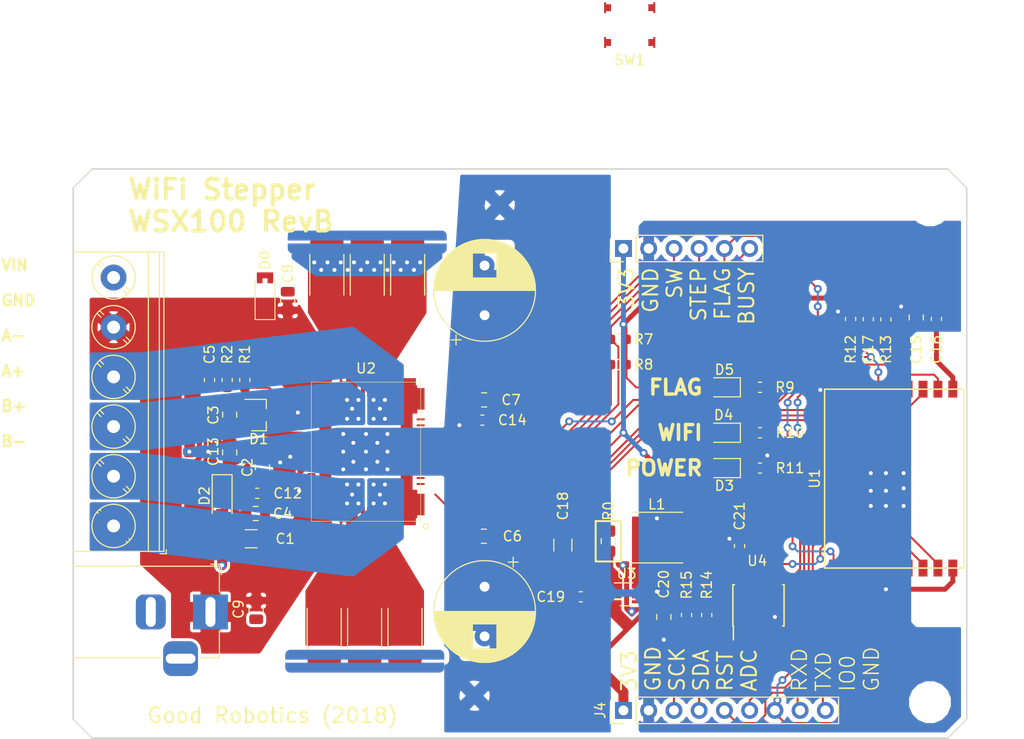
<source format=kicad_pcb>
(kicad_pcb (version 20171130) (host pcbnew 5.0.1-33cea8e~67~ubuntu16.04.1)
  (layers (0 F.Cu signal) (31 B.Cu signal) (34 B.Paste user) (35 F.Paste user) (36 B.SilkS user) (37 F.SilkS user) (38 B.Mask user) (39 F.Mask user) (44 Edge.Cuts user))
  (net 0 "")
  (net 1 +3V3)
  (net 2 GND)
  (net 3 "Net-(C2-Pad1)")
  (net 4 "Net-(C3-Pad1)")
  (net 5 VIN)
  (net 6 SM_ADC)
  (net 7 "Net-(C13-Pad2)")
  (net 8 "Net-(C13-Pad1)")
  (net 9 SM_RST)
  (net 10 "Net-(C17-Pad1)")
  (net 11 "Net-(C19-Pad1)")
  (net 12 "Net-(D3-Pad1)")
  (net 13 "Net-(D4-Pad1)")
  (net 14 "Net-(D5-Pad1)")
  (net 15 OUTA1)
  (net 16 OUTA2)
  (net 17 OUTB1)
  (net 18 OUTB2)
  (net 19 SM_FLAG)
  (net 20 SM_BUSY)
  (net 21 SM_SW)
  (net 22 SM_STCLK)
  (net 23 WIFI_RST)
  (net 24 WIFI_ADC)
  (net 25 AUTH_SCK)
  (net 26 AUTH_SDA)
  (net 27 PROG_RX)
  (net 28 PROG_TX)
  (net 29 PROG_BOOT)
  (net 30 "Net-(L1-Pad2)")
  (net 31 "Net-(R0-Pad1)")
  (net 32 WIFI_CONN)
  (net 33 SM_CLK)
  (net 34 SM_SO)
  (net 35 SM_SI)
  (net 36 SM_CS)
  (net 37 "Net-(J1-Pad3)")
  (net 38 "Net-(JP1-Pad1)")
  (net 39 "Net-(JP2-Pad1)")
  (net 40 "Net-(U2-Pad63)")
  (net 41 "Net-(U2-Pad64)")
  (net 42 "Net-(U3-Pad5)")
  (net 43 "Net-(U3-Pad6)")
  (net 44 "Net-(U4-Pad1)")
  (net 45 "Net-(U4-Pad2)")
  (net 46 "Net-(U4-Pad3)")
  (net 47 "Net-(U4-Pad7)")
  (module Klofas-Passives:D_SOD80 (layer F.Cu) (at 53.086 73.996 90)
    (fp_text reference D0 (at 3.474 0 90) (layer F.SilkS))
    (fp_text value RPOL)
    (pad 2 smd custom (at 1.95 0 90) (size 0.6 1.65) (layers F.Cu F.Paste F.Mask) (net 2 GND) (options (clearance outline) (anchor rect)) (primitives (gr_poly (pts (xy -0.3 0.25) (xy -0.8 0.25) (xy -0.8 0.825) (xy -0.3 0.825)) (width 0)) (gr_poly (pts (xy -0.3 -0.25) (xy -0.8 -0.25) (xy -0.8 -0.825) (xy -0.3 -0.825)) (width 0))))
    (pad 1 smd custom (at -1.95 0 90) (size 0.6 1.65) (layers F.Cu F.Paste F.Mask) (net 5 VIN) (options (clearance outline) (anchor rect)) (primitives (gr_poly (pts (xy 0.3 0.25) (xy 0.8 0.25) (xy 0.8 0.825) (xy 0.3 0.825)) (width 0)) (gr_poly (pts (xy 0.3 -0.25) (xy 0.8 -0.25) (xy 0.8 -0.825) (xy 0.3 -0.825)) (width 0))))
  )
  (module Klofas-Motor:powerSTEP01 (layer F.Cu) (at 63.246 89.789 180)
    (fp_text reference U2 (at 0 8.382) (layer F.SilkS))
    (fp_text value powerSTEP01)
    (pad E1 smd custom (at -4.09 -5.255 180) (size 2.14 2.85) (layers F.Cu F.Paste F.Mask) (net 5 VIN) (options (clearance outline) (anchor rect)) (primitives (gr_poly (pts (xy -1.8 1.025) (xy -1.8 -1.145) (xy -1.06 -1.145) (xy -1.06 1.025)) (width 0)) (gr_poly (pts (xy -0.93 -2.145) (xy 0.51 -2.145) (xy 0.51 -1.425) (xy -0.93 -1.425)) (width 0))))
    (pad E6 smd custom (at 4.09 -5.255 180) (size 2.14 2.85) (layers F.Cu F.Paste F.Mask) (net 5 VIN) (options (clearance outline) (anchor rect)) (primitives (gr_poly (pts (xy 1.8 1.025) (xy 1.8 -1.145) (xy 1.06 -1.145) (xy 1.06 1.025)) (width 0)) (gr_poly (pts (xy 0.93 -2.145) (xy -0.51 -2.145) (xy -0.51 -1.425) (xy 0.93 -1.425)) (width 0))))
    (pad E5 smd custom (at 4.09 5.255 180) (size 2.14 2.85) (layers F.Cu F.Paste F.Mask) (net 5 VIN) (options (clearance outline) (anchor rect)) (primitives (gr_poly (pts (xy 1.8 -1.025) (xy 1.8 1.145) (xy 1.06 1.145) (xy 1.06 -1.025)) (width 0)) (gr_poly (pts (xy 0.93 2.145) (xy -0.51 2.145) (xy -0.51 1.425) (xy 0.93 1.425)) (width 0))))
    (pad E2 smd custom (at -4.09 5.255 180) (size 2.14 2.85) (layers F.Cu F.Paste F.Mask) (net 5 VIN) (options (clearance outline) (anchor rect)) (primitives (gr_poly (pts (xy -1.8 -1.025) (xy -1.8 1.145) (xy -1.06 1.145) (xy -1.06 -1.025)) (width 0)) (gr_poly (pts (xy -0.93 2.145) (xy 0.51 2.145) (xy 0.51 1.425) (xy -0.93 1.425)) (width 0))))
    (pad 65 smd rect (at 5.5 -3.25 180) (size 0.8 0.2) (layers F.Cu F.Paste F.Mask) (net 17 OUTB1))
    (pad 64 smd rect (at 5.5 -2.65 180) (size 0.8 0.2) (layers F.Cu F.Paste F.Mask) (net 41 "Net-(U2-Pad64)"))
    (pad 63 smd rect (at 5.5 -2.25 180) (size 0.8 0.2) (layers F.Cu F.Paste F.Mask) (net 40 "Net-(U2-Pad63)"))
    (pad 62 smd rect (at 5.5 -1.85 180) (size 0.8 0.2) (layers F.Cu F.Paste F.Mask) (net 1 +3V3))
    (pad 61 smd rect (at 5.5 -1.12 180) (size 0.8 0.2) (layers F.Cu F.Paste F.Mask) (net 5 VIN))
    (pad 60 smd rect (at 5.5 -0.4 180) (size 0.8 0.2) (layers F.Cu F.Paste F.Mask) (net 1 +3V3))
    (pad 53 smd rect (at 5.5 3.25 180) (size 0.8 0.2) (layers F.Cu F.Paste F.Mask) (net 15 OUTA1))
    (pad 54 smd rect (at 5.5 2.65 180) (size 0.8 0.2) (layers F.Cu F.Paste F.Mask) (net 6 SM_ADC))
    (pad 55 smd rect (at 5.5 1.92 180) (size 0.8 0.2) (layers F.Cu F.Paste F.Mask) (net 5 VIN))
    (pad 56 smd rect (at 5.5 1.52 180) (size 0.8 0.2) (layers F.Cu F.Paste F.Mask) (net 4 "Net-(C3-Pad1)"))
    (pad 57 smd rect (at 5.5 0.8 180) (size 0.8 0.2) (layers F.Cu F.Paste F.Mask) (net 8 "Net-(C13-Pad1)"))
    (pad 59 smd rect (at 5.5 0 180) (size 0.8 0.2) (layers F.Cu F.Paste F.Mask) (net 2 GND))
    (pad 58 smd rect (at 5.5 0.4 180) (size 0.8 0.2) (layers F.Cu F.Paste F.Mask) (net 3 "Net-(C2-Pad1)"))
    (pad 7 smd rect (at -5.5 -3.25 180) (size 0.8 0.2) (layers F.Cu F.Paste F.Mask) (net 18 OUTB2))
    (pad 8 smd rect (at -5.5 -2.65 180) (size 0.8 0.2) (layers F.Cu F.Paste F.Mask) (net 2 GND))
    (pad 9 smd rect (at -5.5 -2.21 180) (size 0.8 0.2) (layers F.Cu F.Paste F.Mask) (net 39 "Net-(JP2-Pad1)"))
    (pad 10 smd rect (at -5.5 -1.81 180) (size 0.8 0.2) (layers F.Cu F.Paste F.Mask) (net 36 SM_CS))
    (pad 11 smd rect (at -5.5 -1.41 180) (size 0.8 0.2) (layers F.Cu F.Paste F.Mask) (net 33 SM_CLK))
    (pad 12 smd rect (at -5.5 -1.01 180) (size 0.8 0.2) (layers F.Cu F.Paste F.Mask) (net 35 SM_SI))
    (pad 13 smd rect (at -5.5 -0.61 180) (size 0.8 0.2) (layers F.Cu F.Paste F.Mask) (net 1 +3V3))
    (pad 14 smd rect (at -5.5 -0.21 180) (size 0.8 0.2) (layers F.Cu F.Paste F.Mask) (net 34 SM_SO))
    (pad 22 smd rect (at -5.5 3.25 180) (size 0.8 0.2) (layers F.Cu F.Paste F.Mask) (net 16 OUTA2))
    (pad 21 smd rect (at -5.5 2.65 180) (size 0.8 0.2) (layers F.Cu F.Paste F.Mask) (net 2 GND))
    (pad 20 smd rect (at -5.5 2.21 180) (size 0.8 0.2) (layers F.Cu F.Paste F.Mask) (net 38 "Net-(JP1-Pad1)"))
    (pad 19 smd rect (at -5.5 1.81 180) (size 0.8 0.2) (layers F.Cu F.Paste F.Mask) (net 9 SM_RST))
    (pad 18 smd rect (at -5.5 1.41 180) (size 0.8 0.2) (layers F.Cu F.Paste F.Mask) (net 21 SM_SW))
    (pad 17 smd rect (at -5.5 1.01 180) (size 0.8 0.2) (layers F.Cu F.Paste F.Mask) (net 22 SM_STCLK))
    (pad 16 smd rect (at -5.5 0.61 180) (size 0.8 0.2) (layers F.Cu F.Paste F.Mask) (net 19 SM_FLAG))
    (pad 15 smd rect (at -5.5 0.21 180) (size 0.8 0.2) (layers F.Cu F.Paste F.Mask) (net 20 SM_BUSY))
    (pad 85 smd rect (at -2.51 -7 180) (size 0.2 0.8) (layers F.Cu F.Paste F.Mask) (net 18 OUTB2))
    (pad 76 smd rect (at 2.51 -7 180) (size 0.2 0.8) (layers F.Cu F.Paste F.Mask) (net 17 OUTB1))
    (pad 80 smd rect (at 0.31 -7 180) (size 0.2 0.8) (layers F.Cu F.Paste F.Mask) (net 17 OUTB1))
    (pad 81 smd rect (at -0.31 -7 180) (size 0.2 0.8) (layers F.Cu F.Paste F.Mask) (net 18 OUTB2))
    (pad 33 smd rect (at -2.51 7 180) (size 0.2 0.8) (layers F.Cu F.Paste F.Mask) (net 16 OUTA2))
    (pad 42 smd rect (at 2.51 7 180) (size 0.2 0.8) (layers F.Cu F.Paste F.Mask) (net 15 OUTA1))
    (pad 38 smd rect (at 0.31 7 180) (size 0.2 0.8) (layers F.Cu F.Paste F.Mask) (net 15 OUTA1))
    (pad 37 smd rect (at -0.31 7 180) (size 0.2 0.8) (layers F.Cu F.Paste F.Mask) (net 16 OUTA2))
    (pad E11 smd rect (at 1.41 6.8 180) (size 1.16 1.2) (layers F.Cu F.Paste F.Mask) (net 38 "Net-(JP1-Pad1)"))
    (pad E10 smd rect (at -1.41 6.8 180) (size 1.16 1.2) (layers F.Cu F.Paste F.Mask) (net 38 "Net-(JP1-Pad1)"))
    (pad E12 smd rect (at 1.41 -6.8 180) (size 1.16 1.2) (layers F.Cu F.Paste F.Mask) (net 39 "Net-(JP2-Pad1)"))
    (pad E13 smd rect (at -1.41 -6.8 180) (size 1.16 1.2) (layers F.Cu F.Paste F.Mask) (net 39 "Net-(JP2-Pad1)"))
    (pad E4 smd rect (at 1.37 4.265 180) (size 2.3 3.01) (layers F.Cu F.Paste F.Mask) (net 15 OUTA1))
    (pad E3 smd rect (at -1.37 4.265 180) (size 2.3 3.01) (layers F.Cu F.Paste F.Mask) (net 16 OUTA2))
    (pad E7 smd rect (at 1.37 -4.265 180) (size 2.3 3.01) (layers F.Cu F.Paste F.Mask) (net 17 OUTB1))
    (pad E8 smd rect (at -1.37 -4.265 180) (size 2.3 3.01) (layers F.Cu F.Paste F.Mask) (net 18 OUTB2))
    (pad E9 smd rect (at 0 0 180) (size 5.5 4.68) (drill (offset 0.08 0)) (layers F.Cu F.Paste F.Mask) (net 2 GND))
  )
  (module Klofas-Connectors:STpowerSTEP01_JMP (layer B.Cu) (at 63.373 68.692 90)
    (fp_text reference JP1 hide)
    (fp_text value Jumper_2_Open hide)
    (pad 2 smd custom (at 0.65 0 90) (size 1 15) (layers B.Cu B.Mask) (net 2 GND) (options (clearance outline) (anchor rect)) (primitives (gr_circle (center 0 -7.5) (end 0.5 -7.5) (width 0)) (gr_circle (center 0 7.5) (end 0.5 7.5) (width 0)) (gr_poly (pts (xy 0 8) (xy -0.5 8) (xy -0.5 -8) (xy 0 -8)) (width 0))))
    (pad 1 smd custom (at -0.65 0 90) (size 1 15) (layers B.Cu B.Mask) (net 38 "Net-(JP1-Pad1)") (options (clearance outline) (anchor rect)) (primitives (gr_circle (center 0 -7.5) (end 0.5 -7.5) (width 0)) (gr_circle (center 0 7.5) (end 0.5 7.5) (width 0)) (gr_poly (pts (xy 0 8) (xy 0.5 8) (xy 0.5 -8) (xy 0 -8)) (width 0))))
  )
  (module Klofas-Connectors:STpowerSTEP01_JMP (layer B.Cu) (at 63.119 110.871 270)
    (fp_text reference JP2 hide)
    (fp_text value Jumper_2_Open hide)
    (pad 2 smd custom (at 0.65 0 270) (size 1 15) (layers B.Cu B.Mask) (net 2 GND) (options (clearance outline) (anchor rect)) (primitives (gr_circle (center 0 -7.5) (end 0.5 -7.5) (width 0)) (gr_circle (center 0 7.5) (end 0.5 7.5) (width 0)) (gr_poly (pts (xy 0 8) (xy -0.5 8) (xy -0.5 -8) (xy 0 -8)) (width 0))))
    (pad 1 smd custom (at -0.65 0 270) (size 1 15) (layers B.Cu B.Mask) (net 39 "Net-(JP2-Pad1)") (options (clearance outline) (anchor rect)) (primitives (gr_circle (center 0 -7.5) (end 0.5 -7.5) (width 0)) (gr_circle (center 0 7.5) (end 0.5 7.5) (width 0)) (gr_poly (pts (xy 0 8) (xy 0.5 8) (xy 0.5 -8) (xy 0 -8)) (width 0))))
  )
  (module Resistor_SMD:R_0603_1608Metric (layer F.Cu) (at 102.8955 87.884)
    (fp_text reference R10 (at 3.0225 0) (layer F.SilkS))
    (fp_text value 330)
    (pad 2 smd roundrect (at 0.7875 0) (size 0.875 0.95) (layers F.Cu F.Paste F.Mask) (net 32 WIFI_CONN))
    (pad 1 smd roundrect (at -0.7875 0) (size 0.875 0.95) (layers F.Cu F.Paste F.Mask) (net 13 "Net-(D4-Pad1)"))
  )
  (module MountingHole:MountingHole_3.2mm_M3 (layer F.Cu) (at 120 65)
    (fp_text reference REF** hide)
    (fp_text value MountingHole_3.2mm_M3)
    (pad 1 np_thru_hole circle (at 0 0) (size 3.2 3.2) (drill 3.2) (layers *.Cu *.Mask))
  )
  (module MountingHole:MountingHole_3.2mm_M3 (layer F.Cu) (at 120 115)
    (fp_text reference REF** hide)
    (fp_text value MountingHole_3.2mm_M3)
    (pad 1 np_thru_hole circle (at 0 0) (size 3.2 3.2) (drill 3.2) (layers *.Cu *.Mask))
  )
  (module MountingHole:MountingHole_3.2mm_M3 (layer F.Cu) (at 37.413 115)
    (fp_text reference REF** hide)
    (fp_text value MountingHole_3.2mm_M3)
    (pad 1 np_thru_hole circle (at 0 0) (size 3.2 3.2) (drill 3.2) (layers *.Cu *.Mask))
  )
  (module Capacitor_SMD:C_1206_3216Metric (layer F.Cu) (at 51.686 98.552 180)
    (fp_text reference C1 (at -3.432 0 180) (layer F.SilkS))
    (fp_text value 22uF)
    (pad 1 smd roundrect (at -1.4 0 180) (size 1.25 1.75) (layers F.Cu F.Paste F.Mask) (roundrect_rratio 0.2) (net 1 +3V3))
    (pad 2 smd roundrect (at 1.4 0 180) (size 1.25 1.75) (layers F.Cu F.Paste F.Mask) (roundrect_rratio 0.2) (net 2 GND))
  )
  (module Capacitor_SMD:C_0805_2012Metric (layer F.Cu) (at 52.832 91.3615 270)
    (fp_text reference C2 (at 0.015 1.524 270) (layer F.SilkS))
    (fp_text value "470nF 100V")
    (pad 1 smd roundrect (at -0.9375 0 270) (size 0.975 1.4) (layers F.Cu F.Paste F.Mask) (net 3 "Net-(C2-Pad1)"))
    (pad 2 smd roundrect (at 0.9375 0 270) (size 0.975 1.4) (layers F.Cu F.Paste F.Mask) (net 2 GND))
  )
  (module Capacitor_SMD:C_0805_2012Metric (layer F.Cu) (at 49.53 86.0575 90)
    (fp_text reference C3 (at -0.0485 -1.651 90) (layer F.SilkS))
    (fp_text value "470nF 100V")
    (pad 1 smd roundrect (at -0.9375 0 90) (size 0.975 1.4) (layers F.Cu F.Paste F.Mask) (net 4 "Net-(C3-Pad1)"))
    (pad 2 smd roundrect (at 0.9375 0 90) (size 0.975 1.4) (layers F.Cu F.Paste F.Mask) (net 5 VIN))
  )
  (module Capacitor_SMD:C_0805_2012Metric (layer F.Cu) (at 52.1485 96.012 180)
    (fp_text reference C4 (at -2.7155 0 180) (layer F.SilkS))
    (fp_text value 220nF)
    (pad 1 smd roundrect (at -0.9375 0 180) (size 0.975 1.4) (layers F.Cu F.Paste F.Mask) (net 1 +3V3))
    (pad 2 smd roundrect (at 0.9375 0 180) (size 0.975 1.4) (layers F.Cu F.Paste F.Mask) (net 2 GND))
  )
  (module Capacitor_SMD:C_0603_1608Metric (layer F.Cu) (at 47.498 82.5755 90)
    (fp_text reference C5 (at 2.5655 0 90) (layer F.SilkS))
    (fp_text value 0.1uF)
    (pad 2 smd roundrect (at 0.7875 0 90) (size 0.875 0.95) (layers F.Cu F.Paste F.Mask) (net 2 GND))
    (pad 1 smd roundrect (at -0.7875 0 90) (size 0.875 0.95) (layers F.Cu F.Paste F.Mask) (net 6 SM_ADC))
  )
  (module Capacitor_SMD:C_0805_2012Metric (layer F.Cu) (at 75.1055 98.298)
    (fp_text reference C6 (at 2.8725 0) (layer F.SilkS))
    (fp_text value "220nF 100V")
    (pad 1 smd roundrect (at -0.9375 0) (size 0.975 1.4) (layers F.Cu F.Paste F.Mask) (net 5 VIN))
    (pad 2 smd roundrect (at 0.9375 0) (size 0.975 1.4) (layers F.Cu F.Paste F.Mask) (net 2 GND))
  )
  (module Capacitor_SMD:C_0805_2012Metric (layer F.Cu) (at 75.1355 84.582)
    (fp_text reference C7 (at 2.7155 0) (layer F.SilkS))
    (fp_text value "220nF 100V")
    (pad 2 smd roundrect (at 0.9375 0) (size 0.975 1.4) (layers F.Cu F.Paste F.Mask) (net 2 GND))
    (pad 1 smd roundrect (at -0.9375 0) (size 0.975 1.4) (layers F.Cu F.Paste F.Mask) (net 5 VIN))
  )
  (module Capacitor_SMD:C_0805_2012Metric (layer F.Cu) (at 55.372 74.6275 90)
    (fp_text reference C8 (at 2.7455 0 90) (layer F.SilkS))
    (fp_text value "220nF 100V")
    (pad 1 smd roundrect (at -0.9375 0 90) (size 0.975 1.4) (layers F.Cu F.Paste F.Mask) (net 5 VIN))
    (pad 2 smd roundrect (at 0.9375 0 90) (size 0.975 1.4) (layers F.Cu F.Paste F.Mask) (net 2 GND))
  )
  (module Capacitor_SMD:C_0805_2012Metric (layer F.Cu) (at 52.197 105.7125 270)
    (fp_text reference C9 (at -0.0785 1.778 270) (layer F.SilkS))
    (fp_text value "220nF 100V")
    (pad 2 smd roundrect (at 0.9375 0 270) (size 0.975 1.4) (layers F.Cu F.Paste F.Mask) (net 2 GND))
    (pad 1 smd roundrect (at -0.9375 0 270) (size 0.975 1.4) (layers F.Cu F.Paste F.Mask) (net 5 VIN))
  )
  (module Capacitor_SMD:C_0603_1608Metric (layer F.Cu) (at 52.2985 93.98 180)
    (fp_text reference C12 (at -3.0735 0 180) (layer F.SilkS))
    (fp_text value 0.1uF)
    (pad 1 smd roundrect (at -0.7875 0 180) (size 0.875 0.95) (layers F.Cu F.Paste F.Mask) (net 1 +3V3))
    (pad 2 smd roundrect (at 0.7875 0 180) (size 0.875 0.95) (layers F.Cu F.Paste F.Mask) (net 2 GND))
  )
  (module Capacitor_SMD:C_0805_2012Metric (layer F.Cu) (at 49.53 89.8675 90)
    (fp_text reference C13 (at 0.0785 -1.651 90) (layer F.SilkS))
    (fp_text value "47nF 100V")
    (pad 2 smd roundrect (at 0.9375 0 90) (size 0.975 1.4) (layers F.Cu F.Paste F.Mask) (net 7 "Net-(C13-Pad2)"))
    (pad 1 smd roundrect (at -0.9375 0 90) (size 0.975 1.4) (layers F.Cu F.Paste F.Mask) (net 8 "Net-(C13-Pad1)"))
  )
  (module Capacitor_SMD:C_0603_1608Metric (layer F.Cu) (at 74.9555 86.614)
    (fp_text reference C14 (at 3.0225 0) (layer F.SilkS))
    (fp_text value 0.1uF)
    (pad 1 smd roundrect (at -0.7875 0) (size 0.875 0.95) (layers F.Cu F.Paste F.Mask) (net 9 SM_RST))
    (pad 2 smd roundrect (at 0.7875 0) (size 0.875 0.95) (layers F.Cu F.Paste F.Mask) (net 2 GND))
  )
  (module Capacitor_SMD:C_0805_2012Metric (layer F.Cu) (at 118.618 76.2785 90)
    (fp_text reference C15 (at -3.2235 0 90) (layer F.SilkS))
    (fp_text value 10uF)
    (pad 2 smd roundrect (at 0.9375 0 90) (size 0.975 1.4) (layers F.Cu F.Paste F.Mask) (net 2 GND))
    (pad 1 smd roundrect (at -0.9375 0 90) (size 0.975 1.4) (layers F.Cu F.Paste F.Mask) (net 1 +3V3))
  )
  (module Capacitor_SMD:C_0603_1608Metric (layer F.Cu) (at 120.65 76.4285 90)
    (fp_text reference C16 (at -3.0735 0 90) (layer F.SilkS))
    (fp_text value 0.1uF)
    (pad 1 smd roundrect (at -0.7875 0 90) (size 0.875 0.95) (layers F.Cu F.Paste F.Mask) (net 1 +3V3))
    (pad 2 smd roundrect (at 0.7875 0 90) (size 0.875 0.95) (layers F.Cu F.Paste F.Mask) (net 2 GND))
  )
  (module Capacitor_SMD:C_0603_1608Metric (layer F.Cu) (at 113.792 76.454 90)
    (fp_text reference C17 (at -3.048 0 90) (layer F.SilkS))
    (fp_text value 0.1uF)
    (pad 1 smd roundrect (at -0.7875 0 90) (size 0.875 0.95) (layers F.Cu F.Paste F.Mask) (net 10 "Net-(C17-Pad1)"))
    (pad 2 smd roundrect (at 0.7875 0 90) (size 0.875 0.95) (layers F.Cu F.Paste F.Mask) (net 2 GND))
  )
  (module Capacitor_SMD:C_1206_3216Metric (layer F.Cu) (at 83.058 99.19 270)
    (fp_text reference C18 (at -3.94 0 270) (layer F.SilkS))
    (fp_text value "1uF 100V")
    (pad 2 smd roundrect (at 1.4 0 270) (size 1.25 1.75) (layers F.Cu F.Paste F.Mask) (roundrect_rratio 0.2) (net 2 GND))
    (pad 1 smd roundrect (at -1.4 0 270) (size 1.25 1.75) (layers F.Cu F.Paste F.Mask) (roundrect_rratio 0.2) (net 5 VIN))
  )
  (module Capacitor_SMD:C_0603_1608Metric (layer F.Cu) (at 84.8613 104.394 180)
    (fp_text reference C19 (at 3.0225 0 180) (layer F.SilkS))
    (fp_text value 1uF)
    (pad 2 smd roundrect (at 0.7875 0 180) (size 0.875 0.95) (layers F.Cu F.Paste F.Mask) (net 2 GND))
    (pad 1 smd roundrect (at -0.7875 0 180) (size 0.875 0.95) (layers F.Cu F.Paste F.Mask) (net 11 "Net-(C19-Pad1)"))
  )
  (module Capacitor_SMD:C_0805_2012Metric (layer F.Cu) (at 93.218 106.426 270)
    (fp_text reference C20 (at -3.302 0 90) (layer F.SilkS))
    (fp_text value 10uF)
    (pad 2 smd roundrect (at 0.9375 0 270) (size 0.975 1.4) (layers F.Cu F.Paste F.Mask) (net 2 GND))
    (pad 1 smd roundrect (at -0.9375 0 270) (size 0.975 1.4) (layers F.Cu F.Paste F.Mask) (net 1 +3V3))
  )
  (module Capacitor_SMD:C_0603_1608Metric (layer F.Cu) (at 100.838 99.2885 270)
    (fp_text reference C21 (at -3.0225 0 270) (layer F.SilkS))
    (fp_text value 0.1uF)
    (pad 2 smd roundrect (at 0.7875 0 270) (size 0.875 0.95) (layers F.Cu F.Paste F.Mask) (net 1 +3V3))
    (pad 1 smd roundrect (at -0.7875 0 270) (size 0.875 0.95) (layers F.Cu F.Paste F.Mask) (net 2 GND))
  )
  (module Package_TO_SOT_SMD:SOT-23 (layer F.Cu) (at 52.451 86.106)
    (fp_text reference D1 (at 0 2.413 180) (layer F.SilkS))
    (fp_text value D_Schottky_x2_Serial_AKC)
    (pad 1 smd rect (at -1 -0.95) (size 0.9 0.8) (layers F.Cu F.Paste F.Mask) (net 5 VIN))
    (pad 2 smd rect (at -1 0.95) (size 0.9 0.8) (layers F.Cu F.Paste F.Mask) (net 4 "Net-(C3-Pad1)"))
    (pad 3 smd rect (at 1 0) (size 0.9 0.8) (layers F.Cu F.Paste F.Mask) (net 7 "Net-(C13-Pad2)"))
  )
  (module Diode_SMD:D_SOD-123 (layer F.Cu) (at 48.768 94.36 270)
    (fp_text reference D2 (at -0.126 1.778 270) (layer F.SilkS))
    (fp_text value D_Schottky)
    (pad 1 smd rect (at -1.65 0 270) (size 0.9 1.2) (layers F.Cu F.Paste F.Mask) (net 3 "Net-(C2-Pad1)"))
    (pad 2 smd rect (at 1.65 0 270) (size 0.9 1.2) (layers F.Cu F.Paste F.Mask) (net 1 +3V3))
  )
  (module Diode_SMD:D_0805_2012Metric (layer F.Cu) (at 99.2355 91.44 180)
    (fp_text reference D3 (at -0.0785 -1.778 180) (layer F.SilkS))
    (fp_text value "LED GRN")
    (pad 1 smd roundrect (at -0.9375 0 180) (size 0.975 1.4) (layers F.Cu F.Paste F.Mask) (net 12 "Net-(D3-Pad1)"))
    (pad 2 smd roundrect (at 0.9375 0 180) (size 0.975 1.4) (layers F.Cu F.Paste F.Mask) (net 1 +3V3))
  )
  (module Diode_SMD:D_0805_2012Metric (layer F.Cu) (at 99.2355 87.884 180)
    (fp_text reference D4 (at 0 1.778 180) (layer F.SilkS))
    (fp_text value "LED YEL")
    (pad 1 smd roundrect (at -0.9375 0 180) (size 0.975 1.4) (layers F.Cu F.Paste F.Mask) (net 13 "Net-(D4-Pad1)"))
    (pad 2 smd roundrect (at 0.9375 0 180) (size 0.975 1.4) (layers F.Cu F.Paste F.Mask) (net 1 +3V3))
  )
  (module Diode_SMD:D_0805_2012Metric (layer F.Cu) (at 99.2355 83.312 180)
    (fp_text reference D5 (at -0.0785 1.778 180) (layer F.SilkS))
    (fp_text value "LED RED")
    (pad 2 smd roundrect (at 0.9375 0 180) (size 0.975 1.4) (layers F.Cu F.Paste F.Mask) (net 1 +3V3))
    (pad 1 smd roundrect (at -0.9375 0 180) (size 0.975 1.4) (layers F.Cu F.Paste F.Mask) (net 14 "Net-(D5-Pad1)"))
  )
  (module Connector_BarrelJack:BarrelJack_Horizontal (layer F.Cu) (at 47.5925 105.918)
    (fp_text reference J1 hide)
    (fp_text value Barrel_Jack_Switch)
    (pad 1 thru_hole rect (at 0 0) (size 3.5 3.5) (drill oval 1 3) (layers *.Cu *.Mask) (net 5 VIN))
    (pad 2 thru_hole roundrect (at -6 0) (size 3 3.5) (drill oval 1 3) (layers *.Cu *.Mask) (net 2 GND))
    (pad 3 thru_hole roundrect (at -3 4.7) (size 3.5 3.5) (drill oval 3 1) (layers *.Cu *.Mask) (net 37 "Net-(J1-Pad3)"))
  )
  (module Connector_PinHeader_2.54mm:PinHeader_1x06_P2.54mm_Vertical (layer F.Cu) (at 89.154 69.342 90)
    (fp_text reference J3 hide)
    (fp_text value Conn_01x06)
    (pad 1 thru_hole rect (at 0 0 90) (size 1.7 1.7) (drill 1) (layers *.Cu *.Mask) (net 1 +3V3))
    (pad 2 thru_hole oval (at 0 2.54 90) (size 1.7 1.7) (drill 1) (layers *.Cu *.Mask) (net 2 GND))
    (pad 3 thru_hole oval (at 0 5.08 90) (size 1.7 1.7) (drill 1) (layers *.Cu *.Mask) (net 21 SM_SW))
    (pad 4 thru_hole oval (at 0 7.62 90) (size 1.7 1.7) (drill 1) (layers *.Cu *.Mask) (net 22 SM_STCLK))
    (pad 5 thru_hole oval (at 0 10.16 90) (size 1.7 1.7) (drill 1) (layers *.Cu *.Mask) (net 19 SM_FLAG))
    (pad 6 thru_hole oval (at 0 12.7 90) (size 1.7 1.7) (drill 1) (layers *.Cu *.Mask) (net 20 SM_BUSY))
  )
  (module Inductor_SMD:L_Taiyo-Yuden_NR-50xx (layer F.Cu) (at 92.5737 98.4377 180)
    (fp_text reference L1 (at 0.066 3.3528 180) (layer F.SilkS))
    (fp_text value 33uH)
    (pad 1 smd rect (at -1.8 0 180) (size 1.5 4.2) (layers F.Cu F.Paste F.Mask) (net 1 +3V3))
    (pad 2 smd rect (at 1.8 0 180) (size 1.5 4.2) (layers F.Cu F.Paste F.Mask) (net 30 "Net-(L1-Pad2)"))
  )
  (module Resistor_SMD:R_0603_1608Metric (layer F.Cu) (at 51.054 82.5755 270)
    (fp_text reference R1 (at -2.5655 0 270) (layer F.SilkS))
    (fp_text value 47K)
    (pad 1 smd roundrect (at -0.7875 0 270) (size 0.875 0.95) (layers F.Cu F.Paste F.Mask) (net 5 VIN))
    (pad 2 smd roundrect (at 0.7875 0 270) (size 0.875 0.95) (layers F.Cu F.Paste F.Mask) (net 6 SM_ADC))
  )
  (module Resistor_SMD:R_0603_1608Metric (layer F.Cu) (at 49.276 82.5755 90)
    (fp_text reference R2 (at 2.5655 0 90) (layer F.SilkS))
    (fp_text value 1.8K)
    (pad 1 smd roundrect (at -0.7875 0 90) (size 0.875 0.95) (layers F.Cu F.Paste F.Mask) (net 6 SM_ADC))
    (pad 2 smd roundrect (at 0.7875 0 90) (size 0.875 0.95) (layers F.Cu F.Paste F.Mask) (net 2 GND))
  )
  (module Resistor_SMD:R_0603_1608Metric (layer F.Cu) (at 88.6715 78.486 180)
    (fp_text reference R7 (at -2.5145 0 180) (layer F.SilkS))
    (fp_text value 39K)
    (pad 1 smd roundrect (at -0.7875 0 180) (size 0.875 0.95) (layers F.Cu F.Paste F.Mask) (net 1 +3V3))
    (pad 2 smd roundrect (at 0.7875 0 180) (size 0.875 0.95) (layers F.Cu F.Paste F.Mask) (net 20 SM_BUSY))
  )
  (module Resistor_SMD:R_0603_1608Metric (layer F.Cu) (at 88.6715 81.026 180)
    (fp_text reference R8 (at -2.5145 0 180) (layer F.SilkS))
    (fp_text value 39K)
    (pad 2 smd roundrect (at 0.7875 0 180) (size 0.875 0.95) (layers F.Cu F.Paste F.Mask) (net 19 SM_FLAG))
    (pad 1 smd roundrect (at -0.7875 0 180) (size 0.875 0.95) (layers F.Cu F.Paste F.Mask) (net 1 +3V3))
  )
  (module Resistor_SMD:R_0603_1608Metric (layer F.Cu) (at 102.8955 83.312)
    (fp_text reference R9 (at 2.5145 0) (layer F.SilkS))
    (fp_text value 330)
    (pad 2 smd roundrect (at 0.7875 0) (size 0.875 0.95) (layers F.Cu F.Paste F.Mask) (net 19 SM_FLAG))
    (pad 1 smd roundrect (at -0.7875 0) (size 0.875 0.95) (layers F.Cu F.Paste F.Mask) (net 14 "Net-(D5-Pad1)"))
  )
  (module Resistor_SMD:R_0603_1608Metric (layer F.Cu) (at 102.8955 91.44)
    (fp_text reference R11 (at 3.0225 0) (layer F.SilkS))
    (fp_text value 330)
    (pad 1 smd roundrect (at -0.7875 0) (size 0.875 0.95) (layers F.Cu F.Paste F.Mask) (net 12 "Net-(D3-Pad1)"))
    (pad 2 smd roundrect (at 0.7875 0) (size 0.875 0.95) (layers F.Cu F.Paste F.Mask) (net 2 GND))
  )
  (module Resistor_SMD:R_0603_1608Metric (layer F.Cu) (at 112.014 76.4285 90)
    (fp_text reference R12 (at -3.0735 0 90) (layer F.SilkS))
    (fp_text value 10K)
    (pad 1 smd roundrect (at -0.7875 0 90) (size 0.875 0.95) (layers F.Cu F.Paste F.Mask) (net 9 SM_RST))
    (pad 2 smd roundrect (at 0.7875 0 90) (size 0.875 0.95) (layers F.Cu F.Paste F.Mask) (net 2 GND))
  )
  (module Resistor_SMD:R_0603_1608Metric (layer F.Cu) (at 115.57 76.4795 90)
    (fp_text reference R13 (at -3.0225 0 90) (layer F.SilkS))
    (fp_text value 10K)
    (pad 2 smd roundrect (at 0.7875 0 90) (size 0.875 0.95) (layers F.Cu F.Paste F.Mask) (net 1 +3V3))
    (pad 1 smd roundrect (at -0.7875 0 90) (size 0.875 0.95) (layers F.Cu F.Paste F.Mask) (net 10 "Net-(C17-Pad1)"))
  )
  (module Resistor_SMD:R_0603_1608Metric (layer F.Cu) (at 97.536 106.2227 270)
    (fp_text reference R14 (at -3.0225 0 90) (layer F.SilkS))
    (fp_text value 4.7K)
    (pad 2 smd roundrect (at 0.7875 0 270) (size 0.875 0.95) (layers F.Cu F.Paste F.Mask) (net 26 AUTH_SDA))
    (pad 1 smd roundrect (at -0.7875 0 270) (size 0.875 0.95) (layers F.Cu F.Paste F.Mask) (net 1 +3V3))
  )
  (module Resistor_SMD:R_0603_1608Metric (layer F.Cu) (at 95.504 106.2227 270)
    (fp_text reference R15 (at -3.0225 0 270) (layer F.SilkS))
    (fp_text value 4.7K)
    (pad 1 smd roundrect (at -0.7875 0 270) (size 0.875 0.95) (layers F.Cu F.Paste F.Mask) (net 1 +3V3))
    (pad 2 smd roundrect (at 0.7875 0 270) (size 0.875 0.95) (layers F.Cu F.Paste F.Mask) (net 25 AUTH_SCK))
  )
  (module Klofas-RF:ESP-WROOM-02 (layer F.Cu) (at 109.4 92.5 270)
    (fp_text reference U1 (at 0 1 270) (layer F.SilkS))
    (fp_text value ESP-WROOM-02)
    (pad 1 smd rect (at -9 -12.9 270) (size 1.7 0.9) (layers F.Cu F.Paste F.Mask) (net 1 +3V3))
    (pad 2 smd rect (at -9 -11.4 270) (size 1.7 0.9) (layers F.Cu F.Paste F.Mask) (net 10 "Net-(C17-Pad1)"))
    (pad 3 smd rect (at -9 -9.9 270) (size 1.7 0.9) (layers F.Cu F.Paste F.Mask) (net 33 SM_CLK))
    (pad 4 smd rect (at -9 -8.4 270) (size 1.7 0.9) (layers F.Cu F.Paste F.Mask) (net 34 SM_SO))
    (pad 5 smd rect (at -9 -6.9 270) (size 1.7 0.9) (layers F.Cu F.Paste F.Mask) (net 35 SM_SI))
    (pad 6 smd rect (at -9 -5.4 270) (size 1.7 0.9) (layers F.Cu F.Paste F.Mask) (net 9 SM_RST))
    (pad 7 smd rect (at -9 -3.9 270) (size 1.7 0.9) (layers F.Cu F.Paste F.Mask) (net 26 AUTH_SDA))
    (pad 8 smd rect (at -9 -2.4 270) (size 1.7 0.9) (layers F.Cu F.Paste F.Mask) (net 29 PROG_BOOT))
    (pad 9 smd rect (at -9 -0.9 270) (size 1.7 0.9) (layers F.Cu F.Paste F.Mask) (net 2 GND))
    (pad 10 smd rect (at 9 -0.9 270) (size 1.7 0.9) (layers F.Cu F.Paste F.Mask) (net 36 SM_CS))
    (pad 11 smd rect (at 9 -2.4 270) (size 1.7 0.9) (layers F.Cu F.Paste F.Mask) (net 27 PROG_RX))
    (pad 12 smd rect (at 9 -3.9 270) (size 1.7 0.9) (layers F.Cu F.Paste F.Mask) (net 28 PROG_TX))
    (pad 13 smd rect (at 9 -5.4 270) (size 1.7 0.9) (layers F.Cu F.Paste F.Mask) (net 2 GND))
    (pad 14 smd rect (at 9 -6.9 270) (size 1.7 0.9) (layers F.Cu F.Paste F.Mask) (net 25 AUTH_SCK))
    (pad 15 smd rect (at 9 -8.4 270) (size 1.7 0.9) (layers F.Cu F.Paste F.Mask) (net 23 WIFI_RST))
    (pad 16 smd rect (at 9 -9.9 270) (size 1.7 0.9) (layers F.Cu F.Paste F.Mask) (net 24 WIFI_ADC))
    (pad 17 smd rect (at 9 -11.4 270) (size 1.7 0.9) (layers F.Cu F.Paste F.Mask) (net 32 WIFI_CONN))
    (pad 18 smd rect (at 9 -12.9 270) (size 1.7 0.9) (layers F.Cu F.Paste F.Mask) (net 2 GND))
    (pad 19 smd rect (at 1.12 -6.32 270) (size 4.3 4.3) (layers F.Cu F.Paste F.Mask) (net 2 GND))
  )
  (module Package_DFN_QFN:DFN-8_2x2mm_P0.5mm (layer F.Cu) (at 89.474 104.144)
    (fp_text reference U3 (at 0 -2.075) (layer F.SilkS))
    (fp_text value MAX15062A)
    (pad 1 smd rect (at -0.95 -0.75) (size 0.85 0.3) (layers F.Cu F.Paste F.Mask) (net 31 "Net-(R0-Pad1)"))
    (pad 2 smd rect (at -0.95 -0.25) (size 0.85 0.3) (layers F.Cu F.Paste F.Mask) (net 31 "Net-(R0-Pad1)"))
    (pad 3 smd rect (at -0.95 0.25) (size 0.85 0.3) (layers F.Cu F.Paste F.Mask) (net 11 "Net-(C19-Pad1)"))
    (pad 4 smd rect (at -0.95 0.75) (size 0.85 0.3) (layers F.Cu F.Paste F.Mask) (net 1 +3V3))
    (pad 5 smd rect (at 0.95 0.75) (size 0.85 0.3) (layers F.Cu F.Paste F.Mask) (net 42 "Net-(U3-Pad5)"))
    (pad 6 smd rect (at 0.95 0.25) (size 0.85 0.3) (layers F.Cu F.Paste F.Mask) (net 43 "Net-(U3-Pad6)"))
    (pad 7 smd rect (at 0.95 -0.25) (size 0.85 0.3) (layers F.Cu F.Paste F.Mask) (net 2 GND))
    (pad 8 smd rect (at 0.95 -0.75) (size 0.85 0.3) (layers F.Cu F.Paste F.Mask) (net 30 "Net-(L1-Pad2)"))
  )
  (module Package_SO:SOIC-8_3.9x4.9mm_P1.27mm (layer F.Cu) (at 102.743 105.25 90)
    (fp_text reference U4 (at 4.478 -0.127 180) (layer F.SilkS))
    (fp_text value ATECC508A)
    (pad 1 smd rect (at -2.7 -1.905 90) (size 1.55 0.6) (layers F.Cu F.Paste F.Mask) (net 44 "Net-(U4-Pad1)"))
    (pad 2 smd rect (at -2.7 -0.635 90) (size 1.55 0.6) (layers F.Cu F.Paste F.Mask) (net 45 "Net-(U4-Pad2)"))
    (pad 3 smd rect (at -2.7 0.635 90) (size 1.55 0.6) (layers F.Cu F.Paste F.Mask) (net 46 "Net-(U4-Pad3)"))
    (pad 4 smd rect (at -2.7 1.905 90) (size 1.55 0.6) (layers F.Cu F.Paste F.Mask) (net 2 GND))
    (pad 5 smd rect (at 2.7 1.905 90) (size 1.55 0.6) (layers F.Cu F.Paste F.Mask) (net 26 AUTH_SDA))
    (pad 6 smd rect (at 2.7 0.635 90) (size 1.55 0.6) (layers F.Cu F.Paste F.Mask) (net 25 AUTH_SCK))
    (pad 7 smd rect (at 2.7 -0.635 90) (size 1.55 0.6) (layers F.Cu F.Paste F.Mask) (net 47 "Net-(U4-Pad7)"))
    (pad 8 smd rect (at 2.7 -1.905 90) (size 1.55 0.6) (layers F.Cu F.Paste F.Mask) (net 1 +3V3))
  )
  (module Resistor_SMD:R_0805_2012Metric_Pad1.15x1.40mm_HandSolder (layer F.Cu) (at 87.63 98.797 90)
    (fp_text reference R0 (at 3.048 0 90) (layer F.SilkS))
    (fp_text value 00)
    (pad 1 smd roundrect (at -1.025 0 90) (size 1.15 1.4) (layers F.Cu F.Paste F.Mask) (roundrect_rratio 0.217391) (net 31 "Net-(R0-Pad1)"))
    (pad 2 smd roundrect (at 1.025 0 90) (size 1.15 1.4) (layers F.Cu F.Paste F.Mask) (roundrect_rratio 0.217391) (net 5 VIN))
  )
  (module MountingHole:MountingHole_3.2mm_M3 (layer F.Cu) (at 37.413 65)
    (fp_text reference REF** hide)
    (fp_text value MountingHole_3.2mm_M3)
    (pad 1 np_thru_hole circle (at 0 0) (size 3.2 3.2) (drill 3.2) (layers *.Cu *.Mask))
  )
  (module Capacitor_THT:CP_Radial_D10.0mm_P5.00mm (layer F.Cu) (at 75.184 103.378 270)
    (fp_text reference C10 hide)
    (fp_text value "68uF 100V")
    (pad 2 thru_hole circle (at 5 0 270) (size 2 2) (drill 1) (layers *.Cu *.Mask) (net 2 GND))
    (pad 1 thru_hole rect (at 0 0 270) (size 2 2) (drill 1) (layers *.Cu *.Mask) (net 5 VIN))
  )
  (module Capacitor_THT:CP_Radial_D10.0mm_P5.00mm (layer F.Cu) (at 75.184 76.0565 90)
    (fp_text reference C11 hide)
    (fp_text value "68uF 100V")
    (pad 1 thru_hole rect (at 0 0 90) (size 2 2) (drill 1) (layers *.Cu *.Mask) (net 5 VIN))
    (pad 2 thru_hole circle (at 5 0 90) (size 2 2) (drill 1) (layers *.Cu *.Mask) (net 2 GND))
  )
  (module TerminalBlock_Phoenix:TerminalBlock_Phoenix_PT-1,5-6-5.0-H_1x06_P5.00mm_Horizontal (layer F.Cu) (at 37.846 97.263 90)
    (fp_text reference J2 hide)
    (fp_text value Screw_Terminal)
    (pad 1 thru_hole rect (at 0 0 90) (size 2.6 2.6) (drill 1.3) (layers *.Cu *.Mask) (net 18 OUTB2))
    (pad 2 thru_hole circle (at 5 0 90) (size 2.6 2.6) (drill 1.3) (layers *.Cu *.Mask) (net 17 OUTB1))
    (pad 3 thru_hole circle (at 10 0 90) (size 2.6 2.6) (drill 1.3) (layers *.Cu *.Mask) (net 15 OUTA1))
    (pad 4 thru_hole circle (at 15 0 90) (size 2.6 2.6) (drill 1.3) (layers *.Cu *.Mask) (net 16 OUTA2))
    (pad 5 thru_hole circle (at 20 0 90) (size 2.6 2.6) (drill 1.3) (layers *.Cu *.Mask) (net 5 VIN))
    (pad 6 thru_hole circle (at 25 0 90) (size 2.6 2.6) (drill 1.3) (layers *.Cu *.Mask) (net 2 GND))
  )
  (module Connector_PinHeader_2.54mm:PinHeader_1x09_P2.54mm_Vertical (layer F.Cu) (at 89.154 115.824 90)
    (fp_text reference J4 (at 0 -2.33 90) (layer F.SilkS))
    (fp_text value Conn_01x09)
    (pad 1 thru_hole rect (at 0 0 90) (size 1.7 1.7) (drill 1) (layers *.Cu *.Mask) (net 1 +3V3))
    (pad 2 thru_hole oval (at 0 2.54 90) (size 1.7 1.7) (drill 1) (layers *.Cu *.Mask) (net 2 GND))
    (pad 3 thru_hole oval (at 0 5.08 90) (size 1.7 1.7) (drill 1) (layers *.Cu *.Mask) (net 25 AUTH_SCK))
    (pad 4 thru_hole oval (at 0 7.62 90) (size 1.7 1.7) (drill 1) (layers *.Cu *.Mask) (net 26 AUTH_SDA))
    (pad 5 thru_hole oval (at 0 10.16 90) (size 1.7 1.7) (drill 1) (layers *.Cu *.Mask) (net 24 WIFI_ADC))
    (pad 6 thru_hole oval (at 0 12.7 90) (size 1.7 1.7) (drill 1) (layers *.Cu *.Mask) (net 23 WIFI_RST))
    (pad 7 thru_hole oval (at 0 15.24 90) (size 1.7 1.7) (drill 1) (layers *.Cu *.Mask) (net 29 PROG_BOOT))
    (pad 8 thru_hole oval (at 0 17.78 90) (size 1.7 1.7) (drill 1) (layers *.Cu *.Mask) (net 27 PROG_RX))
    (pad 9 thru_hole oval (at 0 20.32 90) (size 1.7 1.7) (drill 1) (layers *.Cu *.Mask) (net 28 PROG_TX))
  )
  (module Resistor_SMD:R_2512_6332Metric (layer F.Cu) (at 59.309 71.988 270)
    (fp_text reference RS1 hide)
    (fp_text value 0.06)
    (pad 2 smd roundrect (at 2.9 0 270) (size 1.35 3.35) (layers F.Cu F.Paste F.Mask) (roundrect_rratio 0.185185) (net 38 "Net-(JP1-Pad1)"))
    (pad 1 smd roundrect (at -2.9 0 270) (size 1.35 3.35) (layers F.Cu F.Paste F.Mask) (roundrect_rratio 0.185185) (net 2 GND))
  )
  (module Resistor_SMD:R_2512_6332Metric (layer F.Cu) (at 63.373 71.988 270)
    (fp_text reference RS2 hide)
    (fp_text value 0.06)
    (pad 2 smd roundrect (at 2.9 0 270) (size 1.35 3.35) (layers F.Cu F.Paste F.Mask) (roundrect_rratio 0.185185) (net 38 "Net-(JP1-Pad1)"))
    (pad 1 smd roundrect (at -2.9 0 270) (size 1.35 3.35) (layers F.Cu F.Paste F.Mask) (roundrect_rratio 0.185185) (net 2 GND))
  )
  (module Resistor_SMD:R_2512_6332Metric (layer F.Cu) (at 67.437 71.988 270)
    (fp_text reference RS3 hide)
    (fp_text value 0.06)
    (pad 1 smd roundrect (at -2.9 0 270) (size 1.35 3.35) (layers F.Cu F.Paste F.Mask) (roundrect_rratio 0.185185) (net 2 GND))
    (pad 2 smd roundrect (at 2.9 0 270) (size 1.35 3.35) (layers F.Cu F.Paste F.Mask) (roundrect_rratio 0.185185) (net 38 "Net-(JP1-Pad1)"))
  )
  (module Resistor_SMD:R_2512_6332Metric (layer F.Cu) (at 59.0423 107.6027 90)
    (fp_text reference RS4 hide)
    (fp_text value 0.06)
    (pad 1 smd roundrect (at -2.9 0 90) (size 1.35 3.35) (layers F.Cu F.Paste F.Mask) (roundrect_rratio 0.185185) (net 2 GND))
    (pad 2 smd roundrect (at 2.9 0 90) (size 1.35 3.35) (layers F.Cu F.Paste F.Mask) (roundrect_rratio 0.185185) (net 39 "Net-(JP2-Pad1)"))
  )
  (module Resistor_SMD:R_2512_6332Metric (layer F.Cu) (at 63.1063 107.6027 90)
    (fp_text reference RS5 hide)
    (fp_text value 0.06)
    (pad 2 smd roundrect (at 2.9 0 90) (size 1.35 3.35) (layers F.Cu F.Paste F.Mask) (roundrect_rratio 0.185185) (net 39 "Net-(JP2-Pad1)"))
    (pad 1 smd roundrect (at -2.9 0 90) (size 1.35 3.35) (layers F.Cu F.Paste F.Mask) (roundrect_rratio 0.185185) (net 2 GND))
  )
  (module Resistor_SMD:R_2512_6332Metric (layer F.Cu) (at 67.1703 107.6027 90)
    (fp_text reference RS6 hide)
    (fp_text value 0.06)
    (pad 1 smd roundrect (at -2.9 0 90) (size 1.35 3.35) (layers F.Cu F.Paste F.Mask) (roundrect_rratio 0.185185) (net 2 GND))
    (pad 2 smd roundrect (at 2.9 0 90) (size 1.35 3.35) (layers F.Cu F.Paste F.Mask) (roundrect_rratio 0.185185) (net 39 "Net-(JP2-Pad1)"))
  )
  (module Klofas-Passives:TL3315NF100Q (layer F.Cu) (at 89.781601 46.860701)
    (fp_text reference SW1 (at 0 3.5) (layer F.SilkS))
    (fp_text value SW_SPST)
    (pad 1 smd custom (at -2.125 -1.75) (size 0.5 0.7) (layers F.Cu F.Paste F.Mask) (net 2 GND) (options (clearance outline) (anchor rect)) (primitives (gr_poly (pts (xy -0.25 -0.55) (xy -0.25 0.55) (xy -0.45 0.55) (xy -0.45 -0.55)) (width 0))))
    (pad 1 smd custom (at 2.125 -1.75) (size 0.5 0.7) (layers F.Cu F.Paste F.Mask) (net 2 GND) (options (clearance outline) (anchor rect)) (primitives (gr_poly (pts (xy 0.25 -0.55) (xy 0.25 0.55) (xy 0.45 0.55) (xy 0.45 -0.55)) (width 0))))
    (pad 2 smd custom (at -2.125 1.75) (size 0.5 0.7) (layers F.Cu F.Paste F.Mask) (net 26 AUTH_SDA) (options (clearance outline) (anchor rect)) (primitives (gr_poly (pts (xy -0.25 -0.55) (xy -0.25 0.55) (xy -0.45 0.55) (xy -0.45 -0.55)) (width 0))))
    (pad 2 smd custom (at 2.125 1.75) (size 0.5 0.7) (layers F.Cu F.Paste F.Mask) (net 26 AUTH_SDA) (options (clearance outline) (anchor rect)) (primitives (gr_poly (pts (xy 0.25 -0.55) (xy 0.25 0.55) (xy 0.45 0.55) (xy 0.45 -0.55)) (width 0))))
  )
  (gr_line (start 123.698 116.713) (end 121.793 118.618) (layer Edge.Cuts) (width 0.15))
  (gr_line (start 123.698 63.246) (end 121.793 61.341) (layer Edge.Cuts) (width 0.15))
  (gr_line (start 33.782 63.246) (end 35.687 61.341) (layer Edge.Cuts) (width 0.15))
  (gr_line (start 33.782 116.713) (end 35.687 118.618) (layer Edge.Cuts) (width 0.15))
  (gr_line (start 86.36 100.838) (end 86.36 96.774) (layer F.SilkS) (width 0.2))
  (gr_line (start 88.9 100.838) (end 86.36 100.838) (layer F.SilkS) (width 0.2))
  (gr_line (start 88.9 96.774) (end 88.9 100.838) (layer F.SilkS) (width 0.2))
  (gr_line (start 86.36 96.774) (end 88.9 96.774) (layer F.SilkS) (width 0.2))
  (gr_text "Good Robotics (2018)" (at 53.848 116.332) (layer F.SilkS) (effects (font (size 1.5 1.5) (thickness 0.2))))
  (gr_text POWER (at 97.282 91.44) (layer F.SilkS) (effects (font (size 1.5 1.5) (thickness 0.35)) (justify right)))
  (gr_text WIFI (at 97.282 87.884) (layer F.SilkS) (effects (font (size 1.5 1.5) (thickness 0.35)) (justify right)))
  (gr_text FLAG (at 97.282 83.312) (layer F.SilkS) (effects (font (size 1.5 1.5) (thickness 0.35)) (justify right)))
  (gr_text "WiFi Stepper\nWSX100 RevB" (at 39.116 65.024) (layer F.SilkS) (effects (font (size 2 2) (thickness 0.4)) (justify left)))
  (gr_text "VIN\n\nGND\n\nA-\n\nA+\n\nB+\n\nB-" (at 26.416 79.883) (layer F.SilkS) (effects (font (size 1.1 1.1) (thickness 0.25)) (justify left)))
  (gr_text "RXD\nTXD\nIO0\nGND" (at 110.49 114.046 90) (layer F.SilkS) (effects (font (size 1.5 1.5)) (justify left)))
  (gr_text "3V3\nGND\nSW\nSTEP\nFLAG\nBUSY" (at 95.504 71.12 90) (layer F.SilkS) (effects (font (size 1.5 1.5) (thickness 0.2)) (justify right)))
  (gr_text "3V3\nGND\nSCK\nSDA\nRST\nADC" (at 95.758 114.046 90) (layer F.SilkS) (effects (font (size 1.5 1.5) (thickness 0.2)) (justify left)))
  (gr_line (start 35.687 118.618) (end 121.793 118.618) (layer Edge.Cuts) (width 0.15))
  (gr_line (start 123.698 63.246) (end 123.698 116.713) (layer Edge.Cuts) (width 0.15))
  (gr_line (start 35.687 61.341) (end 121.793 61.341) (layer Edge.Cuts) (width 0.15))
  (gr_line (start 33.782 116.713) (end 33.782 63.246) (layer Edge.Cuts) (width 0.15))
  (via (at 64.643 94.107) (size 0.8) (drill 0.4) (layers F.Cu B.Cu) (net 18))
  (via (at 65.151 94.996) (size 0.8) (drill 0.4) (layers F.Cu B.Cu) (net 18))
  (via (at 64.008 94.996) (size 0.8) (drill 0.4) (layers F.Cu B.Cu) (net 18))
  (via (at 65.151 93.091) (size 0.8) (drill 0.4) (layers F.Cu B.Cu) (net 18))
  (via (at 64.008 93.091) (size 0.8) (drill 0.4) (layers F.Cu B.Cu) (net 18))
  (via (at 61.849 94.107) (size 0.8) (drill 0.4) (layers F.Cu B.Cu) (net 17))
  (via (at 62.484 93.091) (size 0.8) (drill 0.4) (layers F.Cu B.Cu) (net 17))
  (via (at 61.341 93.091) (size 0.8) (drill 0.4) (layers F.Cu B.Cu) (net 17))
  (via (at 62.484 94.996) (size 0.8) (drill 0.4) (layers F.Cu B.Cu) (net 17))
  (via (at 61.341 94.996) (size 0.8) (drill 0.4) (layers F.Cu B.Cu) (net 17))
  (via (at 64.643 85.471) (size 0.8) (drill 0.4) (layers F.Cu B.Cu) (net 16))
  (via (at 65.151 86.487) (size 0.8) (drill 0.4) (layers F.Cu B.Cu) (net 16))
  (via (at 64.008 86.487) (size 0.8) (drill 0.4) (layers F.Cu B.Cu) (net 16))
  (via (at 65.151 84.582) (size 0.8) (drill 0.4) (layers F.Cu B.Cu) (net 16))
  (via (at 64.008 84.582) (size 0.8) (drill 0.4) (layers F.Cu B.Cu) (net 16))
  (via (at 61.849 85.471) (size 0.8) (drill 0.4) (layers F.Cu B.Cu) (net 15))
  (via (at 62.484 86.487) (size 0.8) (drill 0.4) (layers F.Cu B.Cu) (net 15))
  (via (at 61.341 86.487) (size 0.8) (drill 0.4) (layers F.Cu B.Cu) (net 15))
  (via (at 62.484 84.582) (size 0.8) (drill 0.4) (layers F.Cu B.Cu) (net 15))
  (via (at 61.341 84.582) (size 0.8) (drill 0.4) (layers F.Cu B.Cu) (net 15))
  (via (at 61.976 90.805) (size 0.8) (drill 0.4) (layers F.Cu B.Cu) (net 2))
  (via (at 64.389 90.805) (size 0.8) (drill 0.4) (layers F.Cu B.Cu) (net 2))
  (via (at 64.389 88.9) (size 0.8) (drill 0.4) (layers F.Cu B.Cu) (net 2))
  (via (at 61.976 88.9) (size 0.8) (drill 0.4) (layers F.Cu B.Cu) (net 2))
  (via (at 63.246 89.789) (size 0.8) (drill 0.4) (layers F.Cu B.Cu) (net 2))
  (via (at 65.405 89.789) (size 0.8) (drill 0.4) (layers F.Cu B.Cu) (net 2))
  (via (at 60.96 89.789) (size 0.8) (drill 0.4) (layers F.Cu B.Cu) (net 2))
  (via (at 63.246 91.567) (size 0.8) (drill 0.4) (layers F.Cu B.Cu) (net 2))
  (via (at 63.246 88.011) (size 0.8) (drill 0.4) (layers F.Cu B.Cu) (net 2))
  (via (at 65.405 91.567) (size 0.8) (drill 0.4) (layers F.Cu B.Cu) (net 2))
  (via (at 60.96 91.567) (size 0.8) (drill 0.4) (layers F.Cu B.Cu) (net 2))
  (via (at 65.405 88.011) (size 0.8) (drill 0.4) (layers F.Cu B.Cu) (net 2))
  (via (at 60.96 88.011) (size 0.8) (drill 0.4) (layers F.Cu B.Cu) (net 2))
  (segment (start 120.65 77.216) (end 118.618 77.216) (width 0.5) (layer F.Cu) (net 1))
  (segment (start 89.154 69.342) (end 89.154 70.692) (width 0.5) (layer B.Cu) (net 1))
  (via (at 89.154 76.962) (size 0.8) (drill 0.4) (layers F.Cu B.Cu) (net 1))
  (segment (start 89.154 70.692) (end 89.154 76.962) (width 0.5) (layer B.Cu) (net 1))
  (segment (start 115.824 75.692) (end 115.57 75.692) (width 0.5) (layer F.Cu) (net 1))
  (segment (start 117.348 77.216) (end 115.824 75.692) (width 0.5) (layer F.Cu) (net 1))
  (segment (start 118.618 77.216) (end 117.348 77.216) (width 0.5) (layer F.Cu) (net 1))
  (segment (start 100.838 102.55) (end 100.838 102.565) (width 0.5) (layer F.Cu) (net 1))
  (segment (start 53.086 98.552) (end 53.086 96.012) (width 0.5) (layer F.Cu) (net 1))
  (segment (start 53.086 96.012) (end 53.086 93.98) (width 0.5) (layer F.Cu) (net 1))
  (segment (start 89.154 113.974) (end 86.178 110.998) (width 1) (layer F.Cu) (net 1))
  (segment (start 89.154 115.824) (end 89.154 113.974) (width 1) (layer F.Cu) (net 1))
  (segment (start 93.2965 105.41) (end 93.218 105.4885) (width 0.5) (layer F.Cu) (net 1))
  (segment (start 93.218 105.4885) (end 91.6875 105.4885) (width 0.5) (layer F.Cu) (net 1))
  (segment (start 95.4507 105.4885) (end 95.504 105.4352) (width 0.5) (layer F.Cu) (net 1))
  (segment (start 93.218 105.4885) (end 95.4507 105.4885) (width 0.5) (layer F.Cu) (net 1))
  (segment (start 95.504 105.4352) (end 97.536 105.4352) (width 0.5) (layer F.Cu) (net 1))
  (segment (start 100.4212 102.55) (end 97.536 105.4352) (width 0.5) (layer F.Cu) (net 1))
  (segment (start 100.838 102.55) (end 100.4212 102.55) (width 0.5) (layer F.Cu) (net 1))
  (segment (start 99.294 100.076) (end 100.838 100.076) (width 0.5) (layer F.Cu) (net 1))
  (segment (start 100.838 100.076) (end 100.838 102.55) (width 0.5) (layer F.Cu) (net 1))
  (segment (start 90.214 106.934) (end 90.242 106.934) (width 0.2) (layer F.Cu) (net 1))
  (segment (start 91.6875 105.4885) (end 90.242 106.934) (width 0.5) (layer F.Cu) (net 1))
  (segment (start 90.242 106.934) (end 86.178 110.998) (width 0.5) (layer F.Cu) (net 1))
  (segment (start 115.108388 75.230388) (end 115.57 75.692) (width 0.5) (layer F.Cu) (net 1))
  (segment (start 114.211997 74.333997) (end 115.108388 75.230388) (width 0.5) (layer F.Cu) (net 1))
  (segment (start 89.154 76.962) (end 91.782003 74.333997) (width 0.5) (layer F.Cu) (net 1))
  (segment (start 91.782003 74.333997) (end 114.211997 74.333997) (width 0.5) (layer F.Cu) (net 1))
  (segment (start 89.459 81.026) (end 89.459 78.486) (width 0.2) (layer F.Cu) (net 1))
  (segment (start 89.459 77.267) (end 89.154 76.962) (width 0.2) (layer F.Cu) (net 1))
  (segment (start 89.459 78.486) (end 89.459 77.267) (width 0.2) (layer F.Cu) (net 1))
  (segment (start 89.459 82.347) (end 89.459 81.026) (width 0.2) (layer F.Cu) (net 1))
  (segment (start 90.424 83.312) (end 89.459 82.347) (width 0.2) (layer F.Cu) (net 1))
  (segment (start 98.298 83.312) (end 90.424 83.312) (width 0.2) (layer F.Cu) (net 1))
  (segment (start 98.298 87.884) (end 98.298 91.44) (width 0.2) (layer F.Cu) (net 1))
  (via (at 91.186002 89.916) (size 0.8) (drill 0.4) (layers F.Cu B.Cu) (net 1))
  (segment (start 90.786003 89.516001) (end 91.186002 89.916) (width 0.5) (layer B.Cu) (net 1))
  (segment (start 89.154 76.962) (end 89.154 87.883998) (width 0.5) (layer B.Cu) (net 1))
  (segment (start 89.154 87.883998) (end 90.786003 89.516001) (width 0.5) (layer B.Cu) (net 1))
  (segment (start 84.987998 92.05) (end 89.154 87.883998) (width 0.2) (layer F.Cu) (net 1))
  (via (at 89.154 87.883998) (size 0.8) (drill 0.4) (layers F.Cu B.Cu) (net 1))
  (segment (start 91.586001 90.316001) (end 96.266 94.996) (width 0.5) (layer F.Cu) (net 1))
  (segment (start 91.186002 89.916) (end 91.586001 90.316001) (width 0.5) (layer F.Cu) (net 1))
  (segment (start 98.298 92.964) (end 96.266 94.996) (width 0.2) (layer F.Cu) (net 1))
  (segment (start 98.298 91.44) (end 98.298 92.964) (width 0.2) (layer F.Cu) (net 1))
  (segment (start 122.3 82.295) (end 122.3 83.5) (width 0.5) (layer F.Cu) (net 1))
  (segment (start 120.65 80.645) (end 122.3 82.295) (width 0.5) (layer F.Cu) (net 1))
  (segment (start 120.65 77.216) (end 120.65 80.645) (width 0.5) (layer F.Cu) (net 1))
  (via (at 48.768 101.219) (size 0.8) (drill 0.4) (layers F.Cu B.Cu) (net 1))
  (segment (start 53.086 93.98) (end 53.6235 93.98) (width 0.5) (layer F.Cu) (net 1))
  (segment (start 53.6235 93.98) (end 54.9656 93.98) (width 0.5) (layer F.Cu) (net 1))
  (segment (start 54.9656 93.98) (end 56.6166 92.329) (width 0.5) (layer F.Cu) (net 1))
  (segment (start 56.6166 92.329) (end 56.6166 91.2114) (width 0.5) (layer F.Cu) (net 1))
  (segment (start 53.086 98.552) (end 51.6255 100.0125) (width 0.5) (layer F.Cu) (net 1))
  (segment (start 48.768 96.01) (end 48.768 100.0125) (width 1) (layer F.Cu) (net 1))
  (segment (start 51.6255 100.0125) (end 48.768 100.0125) (width 0.5) (layer F.Cu) (net 1))
  (segment (start 48.768 100.0125) (end 48.768 101.219) (width 1) (layer F.Cu) (net 1))
  (via (at 115.57 95.25) (size 0.8) (drill 0.4) (layers F.Cu B.Cu) (net 2))
  (via (at 115.57 93.726) (size 0.8) (drill 0.4) (layers F.Cu B.Cu) (net 2))
  (via (at 115.57 91.948) (size 0.8) (drill 0.4) (layers F.Cu B.Cu) (net 2))
  (via (at 117.348 93.472) (size 0.8) (drill 0.4) (layers F.Cu B.Cu) (net 2))
  (via (at 114.046 93.726) (size 0.8) (drill 0.4) (layers F.Cu B.Cu) (net 2))
  (via (at 114.046 95.25) (size 0.8) (drill 0.4) (layers F.Cu B.Cu) (net 2))
  (via (at 117.348 95.25) (size 0.8) (drill 0.4) (layers F.Cu B.Cu) (net 2))
  (via (at 117.348 91.948) (size 0.8) (drill 0.4) (layers F.Cu B.Cu) (net 2))
  (via (at 114.046 91.948) (size 0.8) (drill 0.4) (layers F.Cu B.Cu) (net 2))
  (via (at 115.57 103.632) (size 0.8) (drill 0.4) (layers F.Cu B.Cu) (net 2))
  (segment (start 121.518 103.632) (end 115.57 103.632) (width 0.5) (layer F.Cu) (net 2))
  (segment (start 122.3 102.85) (end 121.518 103.632) (width 0.5) (layer F.Cu) (net 2))
  (segment (start 122.3 101.5) (end 122.3 102.85) (width 0.5) (layer F.Cu) (net 2))
  (segment (start 114.8 102.862) (end 115.57 103.632) (width 0.5) (layer F.Cu) (net 2))
  (segment (start 114.8 101.5) (end 114.8 102.862) (width 0.5) (layer F.Cu) (net 2))
  (via (at 72.644 87.122) (size 0.8) (drill 0.4) (layers F.Cu B.Cu) (net 2))
  (segment (start 71.882 87.122) (end 72.644 87.122) (width 0.2) (layer F.Cu) (net 2))
  (segment (start 70.214 88.79) (end 71.882 87.122) (width 0.2) (layer F.Cu) (net 2))
  (via (at 93.218 108.712) (size 0.8) (drill 0.4) (layers F.Cu B.Cu) (net 2))
  (segment (start 93.218 107.3635) (end 93.218 108.712) (width 0.5) (layer F.Cu) (net 2))
  (via (at 99.822 98.552) (size 0.8) (drill 0.4) (layers F.Cu B.Cu) (net 2))
  (segment (start 99.873 98.501) (end 99.822 98.552) (width 0.5) (layer F.Cu) (net 2))
  (segment (start 100.838 98.501) (end 99.873 98.501) (width 0.5) (layer F.Cu) (net 2))
  (via (at 104.394 106.426) (size 0.8) (drill 0.4) (layers F.Cu B.Cu) (net 2))
  (segment (start 104.648 106.68) (end 104.394 106.426) (width 0.5) (layer F.Cu) (net 2))
  (segment (start 104.648 107.95) (end 104.648 106.68) (width 0.5) (layer F.Cu) (net 2))
  (segment (start 112.0395 75.6665) (end 112.014 75.641) (width 0.2) (layer F.Cu) (net 2))
  (segment (start 113.792 75.6665) (end 112.0395 75.6665) (width 0.2) (layer F.Cu) (net 2))
  (via (at 110.744 75.692) (size 0.8) (drill 0.4) (layers F.Cu B.Cu) (net 2))
  (segment (start 110.795 75.641) (end 110.744 75.692) (width 0.2) (layer F.Cu) (net 2))
  (segment (start 112.014 75.641) (end 110.795 75.641) (width 0.2) (layer F.Cu) (net 2))
  (segment (start 120.447 75.438) (end 118.715 75.438) (width 0.5) (layer F.Cu) (net 2))
  (segment (start 118.715 75.438) (end 118.618 75.341) (width 0.5) (layer F.Cu) (net 2))
  (segment (start 120.65 75.641) (end 120.447 75.438) (width 0.5) (layer F.Cu) (net 2))
  (via (at 117.094 75.184) (size 0.8) (drill 0.4) (layers F.Cu B.Cu) (net 2))
  (segment (start 117.251 75.341) (end 117.094 75.184) (width 0.5) (layer F.Cu) (net 2))
  (segment (start 118.618 75.341) (end 117.251 75.341) (width 0.5) (layer F.Cu) (net 2))
  (via (at 108.966 83.566) (size 0.8) (drill 0.4) (layers F.Cu B.Cu) (net 2))
  (segment (start 109.032 83.5) (end 108.966 83.566) (width 0.5) (layer F.Cu) (net 2))
  (segment (start 110.3 83.5) (end 109.032 83.5) (width 0.5) (layer F.Cu) (net 2))
  (via (at 103.632 90.17) (size 0.8) (drill 0.4) (layers F.Cu B.Cu) (net 2))
  (segment (start 103.683 90.221) (end 103.632 90.17) (width 0.2) (layer F.Cu) (net 2))
  (segment (start 103.683 91.44) (end 103.683 90.221) (width 0.2) (layer F.Cu) (net 2))
  (segment (start 75.743 86.614) (end 77.47 86.614) (width 0.2) (layer F.Cu) (net 2))
  (segment (start 77.47 86.614) (end 77.978 86.106) (width 0.2) (layer F.Cu) (net 2))
  (segment (start 83.058 100.59) (end 83.058 103.124) (width 0.5) (layer F.Cu) (net 2))
  (segment (start 71.755 95.631) (end 73.025 95.631) (width 0.2) (layer F.Cu) (net 2))
  (segment (start 70.214 94.09) (end 71.755 95.631) (width 0.2) (layer F.Cu) (net 2))
  (via (at 92.5195 103.8733) (size 0.8) (drill 0.4) (layers F.Cu B.Cu) (net 2))
  (via (at 89.9795 105.8672) (size 0.8) (drill 0.4) (layers F.Cu B.Cu) (net 2))
  (via (at 89.1032 101.2317) (size 0.8) (drill 0.4) (layers F.Cu B.Cu) (net 2))
  (via (at 92.5195 96.4946) (size 0.8) (drill 0.4) (layers F.Cu B.Cu) (net 2))
  (via (at 47.371 89.789) (size 0.8) (drill 0.4) (layers F.Cu B.Cu) (net 2))
  (via (at 45.466 89.789) (size 0.8) (drill 0.4) (layers F.Cu B.Cu) (net 2))
  (via (at 55.626 90.297) (size 0.8) (drill 0.4) (layers F.Cu B.Cu) (net 2))
  (via (at 54.61 90.8685) (size 0.8) (drill 0.4) (layers F.Cu B.Cu) (net 2))
  (segment (start 56.134 89.789) (end 55.626 90.297) (width 0.2) (layer F.Cu) (net 2))
  (segment (start 57.746 89.789) (end 56.134 89.789) (width 0.2) (layer F.Cu) (net 2))
  (segment (start 52.07 90.424) (end 52.832 90.424) (width 0.5) (layer F.Cu) (net 3))
  (segment (start 49.784 92.71) (end 52.07 90.424) (width 0.5) (layer F.Cu) (net 3))
  (segment (start 48.768 92.71) (end 49.784 92.71) (width 0.5) (layer F.Cu) (net 3))
  (segment (start 53.632 90.424) (end 54.667 89.389) (width 0.5) (layer F.Cu) (net 3))
  (segment (start 52.832 90.424) (end 53.632 90.424) (width 0.5) (layer F.Cu) (net 3))
  (segment (start 51.054 81.788) (end 51.054 79.756) (width 0.2) (layer F.Cu) (net 5))
  (segment (start 83.058 97.79) (end 82.042 97.79) (width 1) (layer F.Cu) (net 5))
  (segment (start 82.042 97.79) (end 77.47 102.362) (width 1) (layer F.Cu) (net 5))
  (segment (start 77.47 102.362) (end 77.47 102.87) (width 1) (layer F.Cu) (net 5))
  (segment (start 87.612 97.79) (end 87.63 97.772) (width 0.5) (layer F.Cu) (net 5))
  (segment (start 83.058 97.79) (end 87.612 97.79) (width 1) (layer F.Cu) (net 5))
  (segment (start 67.336 84.534) (end 67.336 95.044) (width 1.2) (layer F.Cu) (net 5))
  (segment (start 51.054 83.363) (end 49.276 83.363) (width 0.2) (layer F.Cu) (net 6))
  (segment (start 49.276 83.363) (end 47.498 83.363) (width 0.2) (layer F.Cu) (net 6))
  (via (at 114.808 81.788) (size 0.8) (drill 0.4) (layers F.Cu B.Cu) (net 9))
  (segment (start 114.8 81.796) (end 114.808 81.788) (width 0.2) (layer F.Cu) (net 9))
  (segment (start 114.8 83.5) (end 114.8 81.796) (width 0.2) (layer F.Cu) (net 9))
  (via (at 114.046 80.264) (size 0.8) (drill 0.4) (layers F.Cu B.Cu) (net 9))
  (segment (start 114.808 81.026) (end 114.046 80.264) (width 0.2) (layer B.Cu) (net 9))
  (segment (start 114.808 81.788) (end 114.808 81.026) (width 0.2) (layer B.Cu) (net 9))
  (segment (start 74.149 89.173) (end 73.692 89.63) (width 0.2) (layer F.Cu) (net 9))
  (segment (start 74.168 89.154) (end 74.149 89.173) (width 0.2) (layer F.Cu) (net 9))
  (segment (start 74.168 86.614) (end 74.168 89.154) (width 0.2) (layer F.Cu) (net 9))
  (via (at 83.693 86.741) (size 0.8) (drill 0.4) (layers F.Cu B.Cu) (net 9))
  (via (at 87.979336 86.741) (size 0.8) (drill 0.4) (layers F.Cu B.Cu) (net 9))
  (segment (start 83.693 86.741) (end 87.979336 86.741) (width 0.2) (layer B.Cu) (net 9))
  (segment (start 104.394 84.582) (end 108.712 80.264) (width 0.2) (layer F.Cu) (net 9))
  (segment (start 108.712 80.264) (end 114.046 80.264) (width 0.2) (layer F.Cu) (net 9))
  (segment (start 90.138336 84.582) (end 104.394 84.582) (width 0.2) (layer F.Cu) (net 9))
  (segment (start 87.979336 86.741) (end 90.138336 84.582) (width 0.2) (layer F.Cu) (net 9))
  (segment (start 74.511 89.535) (end 74.149 89.173) (width 0.2) (layer F.Cu) (net 9))
  (segment (start 80.899 89.535) (end 74.511 89.535) (width 0.2) (layer F.Cu) (net 9))
  (segment (start 83.693 86.741) (end 80.899 89.535) (width 0.2) (layer F.Cu) (net 9))
  (segment (start 114.046 80.264) (end 112.776 78.994) (width 0.2) (layer F.Cu) (net 9))
  (segment (start 112.776 78.994) (end 112.014 78.232) (width 0.2) (layer F.Cu) (net 9))
  (segment (start 112.014 78.232) (end 112.014 77.216) (width 0.2) (layer F.Cu) (net 9))
  (segment (start 115.5445 77.2415) (end 115.57 77.267) (width 0.2) (layer F.Cu) (net 10))
  (segment (start 113.792 77.2415) (end 115.5445 77.2415) (width 0.2) (layer F.Cu) (net 10))
  (segment (start 120.8 82.446) (end 120.8 83.5) (width 0.2) (layer F.Cu) (net 10))
  (segment (start 115.57 77.267) (end 115.57 80.01) (width 0.2) (layer F.Cu) (net 10))
  (segment (start 115.57 80.01) (end 117.602 82.042) (width 0.2) (layer F.Cu) (net 10))
  (segment (start 117.602 82.042) (end 120.396 82.042) (width 0.2) (layer F.Cu) (net 10))
  (segment (start 120.396 82.042) (end 120.8 82.446) (width 0.2) (layer F.Cu) (net 10))
  (segment (start 102.108 91.44) (end 100.173 91.44) (width 0.2) (layer F.Cu) (net 12))
  (segment (start 102.108 87.884) (end 100.173 87.884) (width 0.2) (layer F.Cu) (net 13))
  (segment (start 102.108 83.312) (end 100.173 83.312) (width 0.2) (layer F.Cu) (net 14))
  (segment (start 60.736 83.977) (end 61.341 84.582) (width 0.4) (layer F.Cu) (net 15))
  (segment (start 60.736 82.789) (end 60.736 83.977) (width 0.4) (layer F.Cu) (net 15))
  (segment (start 62.936 84.13) (end 62.484 84.582) (width 0.4) (layer F.Cu) (net 15))
  (segment (start 62.936 82.789) (end 62.936 84.13) (width 0.4) (layer F.Cu) (net 15))
  (segment (start 63.556 84.13) (end 64.008 84.582) (width 0.4) (layer F.Cu) (net 16))
  (segment (start 63.556 82.789) (end 63.556 84.13) (width 0.4) (layer F.Cu) (net 16))
  (segment (start 65.756 83.977) (end 65.151 84.582) (width 0.4) (layer F.Cu) (net 16))
  (segment (start 65.756 82.789) (end 65.756 83.977) (width 0.4) (layer F.Cu) (net 16))
  (segment (start 60.736 95.601) (end 61.341 94.996) (width 0.4) (layer F.Cu) (net 17))
  (segment (start 60.736 96.789) (end 60.736 95.601) (width 0.4) (layer F.Cu) (net 17))
  (segment (start 62.936 95.448) (end 62.484 94.996) (width 0.4) (layer F.Cu) (net 17))
  (segment (start 62.936 96.789) (end 62.936 95.448) (width 0.4) (layer F.Cu) (net 17))
  (segment (start 63.556 95.448) (end 64.008 94.996) (width 0.4) (layer F.Cu) (net 18))
  (segment (start 63.556 96.789) (end 63.556 95.448) (width 0.4) (layer F.Cu) (net 18))
  (segment (start 65.756 95.601) (end 65.151 94.996) (width 0.4) (layer F.Cu) (net 18))
  (segment (start 65.756 96.789) (end 65.756 95.601) (width 0.4) (layer F.Cu) (net 18))
  (segment (start 87.884 85.09) (end 87.884 81.026) (width 0.2) (layer F.Cu) (net 19))
  (segment (start 82.144 90.83) (end 87.884 85.09) (width 0.2) (layer F.Cu) (net 19))
  (segment (start 99.314 71.12) (end 99.314 69.342) (width 0.2) (layer F.Cu) (net 19))
  (segment (start 97.282 73.152) (end 99.314 71.12) (width 0.2) (layer F.Cu) (net 19))
  (segment (start 87.884 81.026) (end 86.868 80.01) (width 0.2) (layer F.Cu) (net 19))
  (segment (start 86.868 77.47) (end 91.186 73.152) (width 0.2) (layer F.Cu) (net 19))
  (segment (start 86.868 80.01) (end 86.868 77.47) (width 0.2) (layer F.Cu) (net 19))
  (segment (start 91.186 73.152) (end 97.282 73.152) (width 0.2) (layer F.Cu) (net 19))
  (via (at 108.712 75.183998) (size 0.8) (drill 0.4) (layers F.Cu B.Cu) (net 19))
  (via (at 108.712 73.406) (size 0.8) (drill 0.4) (layers F.Cu B.Cu) (net 19))
  (segment (start 103.378 68.072) (end 108.312001 73.006001) (width 0.2) (layer F.Cu) (net 19))
  (segment (start 108.312001 73.006001) (end 108.712 73.406) (width 0.2) (layer F.Cu) (net 19))
  (segment (start 100.584 68.072) (end 103.378 68.072) (width 0.2) (layer F.Cu) (net 19))
  (segment (start 99.314 69.342) (end 100.584 68.072) (width 0.2) (layer F.Cu) (net 19))
  (segment (start 108.712 75.183998) (end 108.712 73.406) (width 0.2) (layer B.Cu) (net 19))
  (segment (start 108.712 79.502) (end 108.712 75.749683) (width 0.2) (layer F.Cu) (net 19))
  (segment (start 104.902 83.312) (end 108.712 79.502) (width 0.2) (layer F.Cu) (net 19))
  (segment (start 108.712 75.749683) (end 108.712 75.183998) (width 0.2) (layer F.Cu) (net 19))
  (segment (start 103.683 83.312) (end 104.902 83.312) (width 0.2) (layer F.Cu) (net 19))
  (segment (start 97.536 73.66) (end 101.854 69.342) (width 0.2) (layer F.Cu) (net 20))
  (segment (start 91.44 73.66) (end 97.536 73.66) (width 0.2) (layer F.Cu) (net 20))
  (segment (start 87.884 77.216) (end 91.44 73.66) (width 0.2) (layer F.Cu) (net 20))
  (segment (start 87.884 78.486) (end 87.884 77.216) (width 0.2) (layer F.Cu) (net 20))
  (segment (start 88.646 79.248) (end 88.345612 78.947612) (width 0.2) (layer F.Cu) (net 20))
  (segment (start 88.646 85.038332) (end 88.646 79.248) (width 0.2) (layer F.Cu) (net 20))
  (segment (start 82.454332 91.23) (end 88.646 85.038332) (width 0.2) (layer F.Cu) (net 20))
  (segment (start 88.345612 78.947612) (end 87.884 78.486) (width 0.2) (layer F.Cu) (net 20))
  (segment (start 94.234 69.342) (end 94.234 70.866) (width 0.2) (layer F.Cu) (net 21))
  (segment (start 85.852 85.598) (end 81.42 90.03) (width 0.2) (layer F.Cu) (net 21))
  (segment (start 92.964 72.136) (end 90.678 72.136) (width 0.2) (layer F.Cu) (net 21))
  (segment (start 94.234 70.866) (end 92.964 72.136) (width 0.2) (layer F.Cu) (net 21))
  (segment (start 85.852 76.962) (end 85.852 85.598) (width 0.2) (layer F.Cu) (net 21))
  (segment (start 90.678 72.136) (end 85.852 76.962) (width 0.2) (layer F.Cu) (net 21))
  (segment (start 95.504 72.644) (end 96.774 71.374) (width 0.2) (layer F.Cu) (net 22))
  (segment (start 90.932 72.644) (end 95.504 72.644) (width 0.2) (layer F.Cu) (net 22))
  (segment (start 96.774 71.374) (end 96.774 69.342) (width 0.2) (layer F.Cu) (net 22))
  (segment (start 81.782 90.43) (end 86.36 85.852) (width 0.2) (layer F.Cu) (net 22))
  (segment (start 86.36 85.852) (end 86.36 77.216) (width 0.2) (layer F.Cu) (net 22))
  (segment (start 86.36 77.216) (end 90.932 72.644) (width 0.2) (layer F.Cu) (net 22))
  (segment (start 117.8 101.1) (end 117.8 101.5) (width 0.2) (layer F.Cu) (net 23))
  (segment (start 114.998 98.298) (end 117.8 101.1) (width 0.2) (layer F.Cu) (net 23))
  (segment (start 103.4357 116.2743) (end 103.4357 114.7503) (width 0.2) (layer F.Cu) (net 23))
  (segment (start 109.22 98.298) (end 114.998 98.298) (width 0.2) (layer F.Cu) (net 23))
  (segment (start 102.616 117.094) (end 103.4357 116.2743) (width 0.2) (layer F.Cu) (net 23))
  (segment (start 99.314 115.824) (end 100.584 117.094) (width 0.2) (layer F.Cu) (net 23))
  (segment (start 103.4357 114.7503) (end 104.14 114.046) (width 0.2) (layer F.Cu) (net 23))
  (segment (start 100.584 117.094) (end 102.616 117.094) (width 0.2) (layer F.Cu) (net 23))
  (segment (start 108.204 111.3097) (end 108.204 99.314) (width 0.2) (layer F.Cu) (net 23))
  (segment (start 105.4677 114.046) (end 108.204 111.3097) (width 0.2) (layer F.Cu) (net 23))
  (segment (start 104.14 114.046) (end 105.4677 114.046) (width 0.2) (layer F.Cu) (net 23))
  (segment (start 108.204 99.314) (end 109.22 98.298) (width 0.2) (layer F.Cu) (net 23))
  (segment (start 119.3 101.1) (end 119.3 101.5) (width 0.2) (layer F.Cu) (net 24))
  (segment (start 115.99 97.79) (end 119.3 101.1) (width 0.2) (layer F.Cu) (net 24))
  (segment (start 109.1623 97.79) (end 115.99 97.79) (width 0.2) (layer F.Cu) (net 24))
  (segment (start 107.803989 111.144011) (end 107.803989 99.148311) (width 0.2) (layer F.Cu) (net 24))
  (segment (start 101.854 115.824) (end 101.854 114.808) (width 0.2) (layer F.Cu) (net 24))
  (segment (start 101.854 114.808) (end 103.124 113.538) (width 0.2) (layer F.Cu) (net 24))
  (segment (start 107.803989 99.148311) (end 109.1623 97.79) (width 0.2) (layer F.Cu) (net 24))
  (segment (start 105.41 113.538) (end 107.803989 111.144011) (width 0.2) (layer F.Cu) (net 24))
  (segment (start 103.124 113.538) (end 105.41 113.538) (width 0.2) (layer F.Cu) (net 24))
  (segment (start 116.3 101.1) (end 116.3 101.5) (width 0.2) (layer F.Cu) (net 25))
  (segment (start 108.966 99.568) (end 109.728 98.806) (width 0.2) (layer F.Cu) (net 25))
  (segment (start 114.006 98.806) (end 116.3 101.1) (width 0.2) (layer F.Cu) (net 25))
  (segment (start 109.728 98.806) (end 114.006 98.806) (width 0.2) (layer F.Cu) (net 25))
  (segment (start 94.234 112.522) (end 94.234 115.824) (width 0.2) (layer F.Cu) (net 25))
  (segment (start 95.504 111.252) (end 94.234 112.522) (width 0.2) (layer F.Cu) (net 25))
  (segment (start 95.504 111.252) (end 95.504 107.0102) (width 0.2) (layer F.Cu) (net 25))
  (segment (start 102.108 104.902) (end 103.378 103.632) (width 0.2) (layer F.Cu) (net 25))
  (segment (start 95.504 107.0102) (end 96.2914 106.2228) (width 0.2) (layer F.Cu) (net 25))
  (segment (start 96.2914 106.2228) (end 99.2632 106.2228) (width 0.2) (layer F.Cu) (net 25))
  (segment (start 103.378 103.632) (end 103.378 102.55) (width 0.2) (layer F.Cu) (net 25))
  (segment (start 99.2632 106.2228) (end 100.584 104.902) (width 0.2) (layer F.Cu) (net 25))
  (segment (start 100.584 104.902) (end 102.108 104.902) (width 0.2) (layer F.Cu) (net 25))
  (via (at 108.966 100.584) (size 0.8) (drill 0.4) (layers F.Cu B.Cu) (net 25))
  (segment (start 108.966 100.584) (end 108.966 99.568) (width 0.2) (layer F.Cu) (net 25))
  (via (at 106.172 101.092) (size 0.8) (drill 0.4) (layers F.Cu B.Cu) (net 25))
  (segment (start 108.458 101.092) (end 108.966 100.584) (width 0.2) (layer B.Cu) (net 25))
  (segment (start 106.172 101.092) (end 108.458 101.092) (width 0.2) (layer B.Cu) (net 25))
  (segment (start 104.14 101.092) (end 105.606315 101.092) (width 0.2) (layer F.Cu) (net 25))
  (segment (start 103.378 101.854) (end 104.14 101.092) (width 0.2) (layer F.Cu) (net 25))
  (segment (start 105.606315 101.092) (end 106.172 101.092) (width 0.2) (layer F.Cu) (net 25))
  (segment (start 103.378 102.55) (end 103.378 101.854) (width 0.2) (layer F.Cu) (net 25))
  (via (at 105.664 87.376) (size 0.8) (drill 0.4) (layers F.Cu B.Cu) (net 26))
  (segment (start 105.664 84.867664) (end 105.679832 84.851832) (width 0.2) (layer B.Cu) (net 26))
  (via (at 105.679832 84.851832) (size 0.8) (drill 0.4) (layers F.Cu B.Cu) (net 26))
  (segment (start 105.664 87.376) (end 105.664 84.867664) (width 0.2) (layer B.Cu) (net 26))
  (segment (start 105.664 84.836) (end 105.679832 84.851832) (width 0.2) (layer F.Cu) (net 26))
  (segment (start 105.664 84.582) (end 105.664 84.836) (width 0.2) (layer F.Cu) (net 26))
  (segment (start 113.3 83.5) (end 113.3 83.1) (width 0.2) (layer F.Cu) (net 26))
  (segment (start 111.734 81.534) (end 108.712 81.534) (width 0.2) (layer F.Cu) (net 26))
  (segment (start 113.3 83.1) (end 111.734 81.534) (width 0.2) (layer F.Cu) (net 26))
  (segment (start 108.712 81.534) (end 105.664 84.582) (width 0.2) (layer F.Cu) (net 26))
  (segment (start 104.648 103.632) (end 104.648 102.55) (width 0.2) (layer F.Cu) (net 26))
  (segment (start 100.838 105.41) (end 102.87 105.41) (width 0.2) (layer F.Cu) (net 26))
  (segment (start 102.87 105.41) (end 104.648 103.632) (width 0.2) (layer F.Cu) (net 26))
  (segment (start 96.774 112.014) (end 96.774 115.824) (width 0.2) (layer F.Cu) (net 26))
  (segment (start 97.536 111.252) (end 96.774 112.014) (width 0.2) (layer F.Cu) (net 26))
  (segment (start 97.536 111.252) (end 97.536 107.0102) (width 0.2) (layer F.Cu) (net 26))
  (segment (start 99.2378 107.0102) (end 99.314 106.934) (width 0.2) (layer F.Cu) (net 26))
  (segment (start 97.536 107.0102) (end 99.2378 107.0102) (width 0.2) (layer F.Cu) (net 26))
  (segment (start 99.314 106.934) (end 100.838 105.41) (width 0.2) (layer F.Cu) (net 26))
  (segment (start 105.664 87.941685) (end 105.664 87.376) (width 0.2) (layer F.Cu) (net 26))
  (segment (start 106.934 89.4657) (end 105.664 88.1957) (width 0.2) (layer F.Cu) (net 26))
  (segment (start 105.664 88.1957) (end 105.664 87.941685) (width 0.2) (layer F.Cu) (net 26))
  (segment (start 106.934 101.6) (end 106.934 89.4657) (width 0.2) (layer F.Cu) (net 26))
  (segment (start 105.984 102.55) (end 106.934 101.6) (width 0.2) (layer F.Cu) (net 26))
  (segment (start 104.648 102.55) (end 105.984 102.55) (width 0.2) (layer F.Cu) (net 26))
  (segment (start 111.8 108.418) (end 106.68 113.538) (width 0.2) (layer F.Cu) (net 27))
  (segment (start 106.68 113.538) (end 106.68 115.824) (width 0.2) (layer F.Cu) (net 27))
  (segment (start 111.8 101.5) (end 111.8 108.418) (width 0.2) (layer F.Cu) (net 27))
  (segment (start 113.3 101.5) (end 113.3 102.55) (width 0.2) (layer F.Cu) (net 28))
  (segment (start 109.22 111.76) (end 109.22 115.824) (width 0.2) (layer F.Cu) (net 28))
  (segment (start 113.3 102.55) (end 112.268 103.582) (width 0.2) (layer F.Cu) (net 28))
  (segment (start 112.268 103.582) (end 112.268 108.712) (width 0.2) (layer F.Cu) (net 28))
  (segment (start 112.268 108.712) (end 109.22 111.76) (width 0.2) (layer F.Cu) (net 28))
  (via (at 106.68 84.836) (size 0.8) (drill 0.4) (layers F.Cu B.Cu) (net 29))
  (segment (start 106.68 84.836) (end 106.68 87.376) (width 0.2) (layer B.Cu) (net 29))
  (via (at 106.68 87.376) (size 0.8) (drill 0.4) (layers F.Cu B.Cu) (net 29))
  (segment (start 111.8 83.5) (end 111.8 82.59) (width 0.2) (layer F.Cu) (net 29))
  (segment (start 106.68 84.328) (end 106.68 84.836) (width 0.2) (layer F.Cu) (net 29))
  (segment (start 111.252 82.042) (end 108.966 82.042) (width 0.2) (layer F.Cu) (net 29))
  (segment (start 111.8 82.59) (end 111.252 82.042) (width 0.2) (layer F.Cu) (net 29))
  (segment (start 108.966 82.042) (end 106.68 84.328) (width 0.2) (layer F.Cu) (net 29))
  (segment (start 106.68 88.646) (end 106.68 87.376) (width 0.2) (layer F.Cu) (net 29))
  (segment (start 107.334011 89.300011) (end 106.68 88.646) (width 0.2) (layer F.Cu) (net 29))
  (segment (start 106.934 110.998) (end 107.334011 110.597989) (width 0.2) (layer F.Cu) (net 29))
  (segment (start 107.334011 110.597989) (end 107.334011 89.300011) (width 0.2) (layer F.Cu) (net 29))
  (via (at 105.156 112.776) (size 0.8) (drill 0.4) (layers F.Cu B.Cu) (net 29))
  (segment (start 106.934 110.998) (end 105.156 112.776) (width 0.2) (layer F.Cu) (net 29))
  (via (at 104.648 114.808) (size 0.8) (drill 0.4) (layers F.Cu B.Cu) (net 29))
  (segment (start 104.648 113.284) (end 104.648 114.808) (width 0.2) (layer B.Cu) (net 29))
  (segment (start 105.156 112.776) (end 104.648 113.284) (width 0.2) (layer B.Cu) (net 29))
  (segment (start 104.648 114.808) (end 104.648 116.332) (width 0.2) (layer F.Cu) (net 29))
  (segment (start 104.648 116.332) (end 105.41 117.094) (width 0.2) (layer F.Cu) (net 29))
  (segment (start 110.49 117.094) (end 111.76 115.824) (width 0.2) (layer F.Cu) (net 29))
  (segment (start 105.41 117.094) (end 110.49 117.094) (width 0.2) (layer F.Cu) (net 29))
  (segment (start 87.63 99.822) (end 87.63 101.6) (width 1) (layer F.Cu) (net 31))
  (segment (start 87.63 101.6) (end 88.524 102.494) (width 1) (layer F.Cu) (net 31))
  (segment (start 117.089989 97.389989) (end 120.8 101.1) (width 0.2) (layer F.Cu) (net 32))
  (segment (start 112.375989 97.389989) (end 117.089989 97.389989) (width 0.2) (layer F.Cu) (net 32))
  (segment (start 109.982 94.996) (end 112.375989 97.389989) (width 0.2) (layer F.Cu) (net 32))
  (segment (start 109.982 89.154) (end 109.982 94.996) (width 0.2) (layer F.Cu) (net 32))
  (segment (start 103.683 87.884) (end 103.683 87.325) (width 0.2) (layer F.Cu) (net 32))
  (segment (start 103.683 87.325) (end 104.394 86.614) (width 0.2) (layer F.Cu) (net 32))
  (segment (start 104.394 86.614) (end 107.442 86.614) (width 0.2) (layer F.Cu) (net 32))
  (segment (start 120.8 101.1) (end 120.8 101.5) (width 0.2) (layer F.Cu) (net 32))
  (segment (start 107.442 86.614) (end 109.982 89.154) (width 0.2) (layer F.Cu) (net 32))
  (segment (start 119.3 83.9) (end 119.3 83.5) (width 0.2) (layer F.Cu) (net 33))
  (segment (start 92.671978 86.144022) (end 117.055978 86.144022) (width 0.2) (layer F.Cu) (net 33))
  (segment (start 85.966 92.85) (end 92.671978 86.144022) (width 0.2) (layer F.Cu) (net 33))
  (segment (start 117.055978 86.144022) (end 119.3 83.9) (width 0.2) (layer F.Cu) (net 33))
  (segment (start 90.678 85.09) (end 84.118 91.65) (width 0.2) (layer F.Cu) (net 34))
  (segment (start 104.4517 85.09) (end 90.678 85.09) (width 0.2) (layer F.Cu) (net 34))
  (segment (start 117.8 83.5) (end 117.8 83.1) (width 0.2) (layer F.Cu) (net 34))
  (segment (start 115.726 81.026) (end 108.5157 81.026) (width 0.2) (layer F.Cu) (net 34))
  (segment (start 108.5157 81.026) (end 104.4517 85.09) (width 0.2) (layer F.Cu) (net 34))
  (segment (start 117.8 83.1) (end 115.726 81.026) (width 0.2) (layer F.Cu) (net 34))
  (segment (start 85.731 92.45) (end 92.583 85.598) (width 0.2) (layer F.Cu) (net 35))
  (segment (start 92.583 85.598) (end 114.602 85.598) (width 0.2) (layer F.Cu) (net 35))
  (segment (start 116.3 83.9) (end 116.3 83.5) (width 0.2) (layer F.Cu) (net 35))
  (segment (start 114.602 85.598) (end 116.3 83.9) (width 0.2) (layer F.Cu) (net 35))
  (via (at 109.982 99.822) (size 0.8) (drill 0.4) (layers F.Cu B.Cu) (net 36))
  (segment (start 110.3 100.14) (end 109.982 99.822) (width 0.2) (layer F.Cu) (net 36))
  (segment (start 110.3 101.5) (end 110.3 100.14) (width 0.2) (layer F.Cu) (net 36))
  (via (at 106.172 99.314) (size 0.8) (drill 0.4) (layers F.Cu B.Cu) (net 36))
  (segment (start 106.68 99.822) (end 106.172 99.314) (width 0.2) (layer B.Cu) (net 36))
  (segment (start 109.982 99.822) (end 106.68 99.822) (width 0.2) (layer B.Cu) (net 36))
  (segment (start 98.806 86.614) (end 92.837 86.614) (width 0.2) (layer F.Cu) (net 36))
  (segment (start 99.2378 87.0458) (end 98.806 86.614) (width 0.2) (layer F.Cu) (net 36))
  (segment (start 99.2378 88.8238) (end 99.2378 87.0458) (width 0.2) (layer F.Cu) (net 36))
  (segment (start 86.201 93.25) (end 81.058 93.25) (width 0.2) (layer F.Cu) (net 36))
  (segment (start 92.837 86.614) (end 86.201 93.25) (width 0.2) (layer F.Cu) (net 36))
  (segment (start 106.172 99.314) (end 106.172 90.932) (width 0.2) (layer F.Cu) (net 36))
  (segment (start 106.172 90.932) (end 104.394 89.154) (width 0.2) (layer F.Cu) (net 36))
  (segment (start 99.568 89.154) (end 99.2378 88.8238) (width 0.2) (layer F.Cu) (net 36))
  (segment (start 104.394 89.154) (end 99.568 89.154) (width 0.2) (layer F.Cu) (net 36))
  (via (at 58.039 70.739) (size 0.8) (drill 0.4) (layers F.Cu B.Cu) (net 38))
  (via (at 59.3725 70.739) (size 0.8) (drill 0.4) (layers F.Cu B.Cu) (net 38))
  (via (at 60.706 70.739) (size 0.8) (drill 0.4) (layers F.Cu B.Cu) (net 38))
  (via (at 62.0395 70.739) (size 0.8) (drill 0.4) (layers F.Cu B.Cu) (net 38))
  (via (at 63.373 70.739) (size 0.8) (drill 0.4) (layers F.Cu B.Cu) (net 38))
  (via (at 64.7065 70.739) (size 0.8) (drill 0.4) (layers F.Cu B.Cu) (net 38))
  (via (at 66.04 70.739) (size 0.8) (drill 0.4) (layers F.Cu B.Cu) (net 38))
  (via (at 67.3735 70.739) (size 0.8) (drill 0.4) (layers F.Cu B.Cu) (net 38))
  (via (at 68.707 70.739) (size 0.8) (drill 0.4) (layers F.Cu B.Cu) (net 38))
  (via (at 58.7375 71.501) (size 0.8) (drill 0.4) (layers F.Cu B.Cu) (net 38))
  (via (at 60.071 71.501) (size 0.8) (drill 0.4) (layers F.Cu B.Cu) (net 38))
  (via (at 61.4045 71.501) (size 0.8) (drill 0.4) (layers F.Cu B.Cu) (net 38))
  (via (at 62.738 71.501) (size 0.8) (drill 0.4) (layers F.Cu B.Cu) (net 38))
  (via (at 64.0715 71.501) (size 0.8) (drill 0.4) (layers F.Cu B.Cu) (net 38))
  (segment (start 51.39 86.995) (end 51.451 87.056) (width 0.5) (layer F.Cu) (net 4))
  (segment (start 49.53 86.995) (end 51.39 86.995) (width 0.5) (layer F.Cu) (net 4))
  (segment (start 53.06362 88.01862) (end 56.39162 88.01862) (width 0.5) (layer F.Cu) (net 4))
  (segment (start 52.101 87.056) (end 53.06362 88.01862) (width 0.5) (layer F.Cu) (net 4))
  (segment (start 51.451 87.056) (end 52.101 87.056) (width 0.5) (layer F.Cu) (net 4))
  (segment (start 49.566 85.156) (end 49.53 85.12) (width 0.5) (layer F.Cu) (net 5))
  (segment (start 51.451 85.156) (end 49.566 85.156) (width 0.5) (layer F.Cu) (net 5))
  (segment (start 59.1537 87.869) (end 59.156 87.8713) (width 0.2) (layer F.Cu) (net 5))
  (segment (start 57.746 87.869) (end 59.1537 87.869) (width 0.2) (layer F.Cu) (net 5))
  (segment (start 59.156 84.534) (end 59.156 87.8713) (width 1.2) (layer F.Cu) (net 5))
  (segment (start 59.1409 90.909) (end 59.156 90.8939) (width 0.5) (layer F.Cu) (net 5))
  (segment (start 57.746 90.909) (end 59.1409 90.909) (width 0.4) (layer F.Cu) (net 5))
  (segment (start 59.156 90.8939) (end 59.156 95.044) (width 1.2) (layer F.Cu) (net 5))
  (segment (start 59.156 87.8713) (end 59.156 90.8939) (width 1.2) (layer F.Cu) (net 5))
  (segment (start 46.101 90.805) (end 44.069 90.805) (width 0.5) (layer F.Cu) (net 5))
  (segment (start 49.53 85.12) (end 48.357 85.12) (width 0.5) (layer F.Cu) (net 5))
  (segment (start 48.357 85.12) (end 46.482 86.995) (width 0.5) (layer F.Cu) (net 5))
  (segment (start 46.482 86.995) (end 46.482 90.424) (width 0.5) (layer F.Cu) (net 5))
  (segment (start 46.482 90.424) (end 46.101 90.805) (width 0.5) (layer F.Cu) (net 5))
  (segment (start 51.054 83.363) (end 53.518 83.363) (width 0.2) (layer F.Cu) (net 6))
  (segment (start 53.518 83.363) (end 55.499 85.344) (width 0.2) (layer F.Cu) (net 6))
  (segment (start 55.499 85.344) (end 55.499 86.233) (width 0.2) (layer F.Cu) (net 6))
  (segment (start 56.405 87.139) (end 57.746 87.139) (width 0.2) (layer F.Cu) (net 6))
  (segment (start 55.499 86.233) (end 56.405 87.139) (width 0.2) (layer F.Cu) (net 6))
  (segment (start 48.671 88.93) (end 49.53 88.93) (width 0.4) (layer F.Cu) (net 7))
  (segment (start 53.451 86.106) (end 53.4002 86.0552) (width 0.4) (layer F.Cu) (net 7))
  (segment (start 53.4002 86.0552) (end 48.5648 86.0552) (width 0.4) (layer F.Cu) (net 7))
  (segment (start 48.5648 86.0552) (end 47.879 86.741) (width 0.4) (layer F.Cu) (net 7))
  (segment (start 47.879 88.138) (end 48.671 88.93) (width 0.4) (layer F.Cu) (net 7))
  (segment (start 47.879 86.741) (end 47.879 88.138) (width 0.4) (layer F.Cu) (net 7))
  (segment (start 50.292 90.805) (end 49.53 90.805) (width 0.5) (layer F.Cu) (net 8))
  (segment (start 52.108 88.989) (end 50.292 90.805) (width 0.5) (layer F.Cu) (net 8))
  (via (at 56.388 85.852) (size 0.8) (drill 0.4) (layers F.Cu B.Cu) (net 15))
  (segment (start 57.075 86.539) (end 56.388 85.852) (width 0.4) (layer F.Cu) (net 15))
  (segment (start 57.746 86.539) (end 57.075 86.539) (width 0.4) (layer F.Cu) (net 15))
  (via (at 56.515 93.726) (size 0.8) (drill 0.4) (layers F.Cu B.Cu) (net 17))
  (segment (start 57.202 93.039) (end 56.515 93.726) (width 0.4) (layer F.Cu) (net 17))
  (segment (start 57.746 93.039) (end 57.202 93.039) (width 0.4) (layer F.Cu) (net 17))
  (via (at 65.405 71.501) (size 0.8) (drill 0.4) (layers F.Cu B.Cu) (net 38))
  (via (at 66.7385 71.501) (size 0.8) (drill 0.4) (layers F.Cu B.Cu) (net 38))
  (via (at 68.072 71.501) (size 0.8) (drill 0.4) (layers F.Cu B.Cu) (net 38))
  (zone (net 38) (net_name "Net-(JP1-Pad1)") (layer F.Cu) (connect_pads yes (clearance 0.5)) (min_thickness 0.25) (fill yes (arc_segments 16) (thermal_gap 0.5) (thermal_bridge_width 0.5) (smoothing fillet) (radius 0.2))
    (polygon (pts (xy 65.278 83.693) (xy 65.278 82.169) (xy 69.342 75.819) (xy 69.342 70.231) (xy 57.404 70.231) (xy 57.404 75.819) (xy 61.214 82.169) (xy 61.214 83.693) (xy 62.484 83.693) (xy 62.484 82.169) (xy 63.246 81.661) (xy 64.008 82.169) (xy 64.008 83.693)))
  )
  (zone (net 2) (net_name GND) (layer B.Cu) (connect_pads (clearance 0.5)) (min_thickness 0.25) (fill yes (arc_segments 16) (thermal_gap 0.5) (thermal_bridge_width 1.5) (smoothing fillet) (radius 0.2))
    (polygon (pts (xy 66.04 87.376) (xy 60.325 87.376) (xy 44.831 89.408) (xy 44.831 90.17) (xy 60.325 92.202) (xy 66.04 92.202) (xy 71.12 92.202) (xy 71.12 118.618) (xy 87.376 118.618) (xy 87.884 118.11) (xy 87.884 105.156) (xy 88.392 104.394) (xy 90.17 104.394) (xy 90.678 105.156) (xy 90.678 117.856) (xy 91.186 118.364) (xy 123.444 118.364) (xy 123.444 107.442) (xy 118.618 107.442) (xy 118.11 106.934) (xy 118.11 78.232) (xy 118.618 77.724) (xy 123.444 77.724) (xy 123.444 66.548) (xy 91.186 66.548) (xy 90.678 67.056) (xy 90.678 103.124) (xy 90.17 103.632) (xy 88.392 103.632) (xy 87.884 102.87) (xy 87.884 61.849) (xy 87.376 61.341) (xy 72.771 61.341) (xy 71.12 87.376)))
  )
  (zone (net 2) (net_name GND) (layer F.Cu) (connect_pads yes (clearance 0.5)) (min_thickness 0.25) (fill yes (arc_segments 16) (thermal_gap 0.5) (thermal_bridge_width 0.5) (smoothing fillet) (radius 0.2))
    (polygon (pts (xy 72.517 93.853) (xy 87.884 93.853) (xy 87.884 96.52) (xy 81.534 96.52) (xy 77.343 100.584) (xy 75.438 99.06) (xy 75.438 97.155) (xy 72.517 96.266)))
  )
  (zone (net 31) (net_name "Net-(R0-Pad1)") (layer F.Cu) (connect_pads yes (clearance 0.2)) (min_thickness 0.254) (fill yes (arc_segments 16) (thermal_gap 0.508) (thermal_bridge_width 0.508))
    (polygon (pts (xy 87.1347 103.2129) (xy 87.8332 104.0384) (xy 89.027 104.0384) (xy 89.027 102.5017) (xy 87.1347 100.9396)))
  )
  (zone (net 2) (net_name GND) (layer F.Cu) (connect_pads yes (clearance 0.2)) (min_thickness 0.2) (fill yes (arc_segments 16) (thermal_gap 0.508) (thermal_bridge_width 0.508) (smoothing chamfer) (radius 0.1))
    (polygon (pts (xy 88.3666 100.8126) (xy 88.3666 101.219) (xy 89.2175 102.0445) (xy 89.2302 105.7275) (xy 89.9922 106.4641) (xy 91.1098 105.4354) (xy 89.7128 105.4354) (xy 89.7128 104.0384) (xy 91.0463 104.0384) (xy 91.567 104.521) (xy 93.2561 104.5337) (xy 93.2688 95.9866) (xy 91.8718 95.9993) (xy 91.8718 102.9716) (xy 91.059 103.7463) (xy 89.7255 103.7463) (xy 89.7128 100.8126)))
  )
  (zone (net 1) (net_name +3V3) (layer F.Cu) (connect_pads yes (clearance 0.2)) (min_thickness 0.2) (fill yes (arc_segments 16) (thermal_gap 0.508) (thermal_bridge_width 0.508))
    (polygon (pts (xy 88.9508 104.7369) (xy 88.9508 105.7529) (xy 90.3605 107.1499) (xy 89.4715 108.0389) (xy 87.5792 106.1593) (xy 87.5792 104.7369)))
  )
  (zone (net 30) (net_name "Net-(L1-Pad2)") (layer F.Cu) (connect_pads yes (clearance 0.2)) (min_thickness 0.2) (fill yes (arc_segments 16) (thermal_gap 0.508) (thermal_bridge_width 0.508))
    (polygon (pts (xy 90.0049 103.5431) (xy 91.0463 103.5431) (xy 91.5035 103.0986) (xy 91.5416 96.3422) (xy 90.0176 96.3295)))
  )
  (zone (net 18) (net_name OUTB2) (layer B.Cu) (connect_pads yes (clearance 0.2)) (min_thickness 0.25) (fill yes (arc_segments 16) (thermal_gap 0.5) (thermal_bridge_width 0.5) (smoothing fillet) (radius 0.2))
    (polygon (pts (xy 63.373 92.456) (xy 67.056 92.456) (xy 67.056 98.552) (xy 61.976 102.362) (xy 40.513 99.822) (xy 35.433 99.822) (xy 35.433 94.869) (xy 40.64 94.869) (xy 61.341 97.155) (xy 63.373 95.631)))
  )
  (zone (net 16) (net_name OUTA2) (layer B.Cu) (connect_pads yes (clearance 0.2)) (min_thickness 0.25) (fill yes (arc_segments 16) (thermal_gap 0.5) (thermal_bridge_width 0.5) (smoothing fillet) (radius 0.2))
    (polygon (pts (xy 63.373 87.122) (xy 67.056 87.122) (xy 67.056 81.026) (xy 61.976 77.216) (xy 40.64 79.793777) (xy 35.433 79.793777) (xy 35.433 84.582) (xy 40.64 84.582) (xy 61.341 82.423) (xy 63.373 83.82)))
  )
  (zone (net 17) (net_name OUTB1) (layer B.Cu) (connect_pads yes (clearance 0.2)) (min_thickness 0.25) (fill yes (arc_segments 16) (thermal_gap 0.5) (thermal_bridge_width 0.5) (smoothing fillet) (radius 0.2))
    (polygon (pts (xy 63.119 92.456) (xy 63.119 95.631) (xy 61.341 96.901) (xy 40.64 94.615) (xy 35.433 94.615) (xy 35.433 89.916) (xy 40.64 89.916) (xy 60.579 92.456)))
  )
  (zone (net 15) (net_name OUTA1) (layer B.Cu) (connect_pads yes (clearance 0.2)) (min_thickness 0.25) (fill yes (arc_segments 16) (thermal_gap 0.5) (thermal_bridge_width 0.5) (smoothing fillet) (radius 0.2))
    (polygon (pts (xy 63.165346 87.122) (xy 63.165346 83.947) (xy 61.387346 82.677) (xy 40.663173 84.836) (xy 35.433 84.836) (xy 35.433 89.662) (xy 40.686346 89.662) (xy 60.625346 87.122)))
  )
  (zone (net 38) (net_name "Net-(JP1-Pad1)") (layer B.Cu) (connect_pads yes (clearance 0.2)) (min_thickness 0.25) (fill yes (arc_segments 16) (thermal_gap 0.5) (thermal_bridge_width 0.5) (smoothing fillet) (radius 0.2))
    (polygon (pts (xy 55.753 68.834) (xy 55.753 70.358) (xy 58.166 72.136) (xy 68.707 72.136) (xy 70.9295 70.358) (xy 70.9295 68.834)))
  )
  (zone (net 5) (net_name VIN) (layer F.Cu) (connect_pads (clearance 0.3)) (min_thickness 0.25) (fill yes (arc_segments 16) (thermal_gap 0.3) (thermal_bridge_width 2) (smoothing fillet) (radius 0.2))
    (polygon (pts (xy 35.433 80.137) (xy 35.433 74.295) (xy 56.134 74.295) (xy 59.817 80.264) (xy 59.817 85.725) (xy 57.277 85.725) (xy 51.943 80.137) (xy 46.101 80.137) (xy 44.704 81.661) (xy 44.704 98.679) (xy 46.355 100.33) (xy 53.975 100.33) (xy 57.277 93.853) (xy 59.817 93.853) (xy 59.817 99.187) (xy 52.578 110.109) (xy 43.6245 110.109) (xy 43.6245 104.013) (xy 40.513 101.1555) (xy 40.513 80.137)))
  )
  (zone (net 2) (net_name GND) (layer F.Cu) (connect_pads (clearance 0.2)) (min_thickness 0.25) (fill yes (arc_segments 16) (thermal_gap 0.3) (thermal_bridge_width 0.5) (smoothing fillet) (radius 0.2))
    (polygon (pts (xy 50.165 82.55) (xy 46.609 82.55) (xy 46.609 84.455) (xy 48.26 84.455) (xy 48.26 91.821) (xy 47.498 91.821) (xy 47.498 93.472) (xy 49.911 93.472) (xy 51.689 91.821) (xy 53.9115 91.821) (xy 53.9115 90.805) (xy 54.991 89.662) (xy 57.15 89.662) (xy 57.15 89.916) (xy 56.642 89.916) (xy 56.1975 90.3605) (xy 56.1975 92.1385) (xy 55.499 92.837) (xy 51.943 92.837) (xy 51.943 99.06) (xy 51.562 99.441) (xy 49.657 99.441) (xy 49.657 95.3135) (xy 47.879 95.3135) (xy 47.879 100.076) (xy 46.482 100.076) (xy 44.958 98.552) (xy 44.958 81.915) (xy 46.355 80.391) (xy 50.165 80.391)))
  )
  (zone (net 39) (net_name "Net-(JP2-Pad1)") (layer F.Cu) (connect_pads yes (clearance 0.5)) (min_thickness 0.25) (fill yes (arc_segments 16) (thermal_gap 0.5) (thermal_bridge_width 0.5) (smoothing fillet) (radius 0.2))
    (polygon (pts (xy 61.214 95.9104) (xy 61.214 97.4344) (xy 57.15 103.7844) (xy 57.15 109.3724) (xy 69.088 109.3724) (xy 69.088 103.7844) (xy 65.278 97.4344) (xy 65.278 95.9104) (xy 64.008 95.9104) (xy 64.008 97.4344) (xy 63.246 97.9424) (xy 62.484 97.4344) (xy 62.484 95.9104)))
  )
  (zone (net 1) (net_name +3V3) (layer F.Cu) (connect_pads yes (clearance 0.1)) (min_thickness 0.1) (fill yes (arc_segments 16) (thermal_gap 0.3) (thermal_bridge_width 2) (smoothing fillet) (radius 0.1))
    (polygon (pts (xy 58.14568 90.08872) (xy 57.34558 90.08872) (xy 56.6674 90.08872) (xy 56.37022 90.41892) (xy 56.36768 91.97086) (xy 56.86552 91.97086) (xy 57.14492 91.73972) (xy 57.34558 91.73972) (xy 58.14568 91.73972) (xy 58.14568 91.53906) (xy 57.34558 91.53906) (xy 57.14492 91.53906) (xy 56.86806 91.33332) (xy 56.86806 90.65768) (xy 57.14492 90.28938) (xy 57.34558 90.28938) (xy 58.14568 90.28938)))
  )
  (zone (net 3) (net_name "Net-(C2-Pad1)") (layer F.Cu) (connect_pads yes (clearance 0.1)) (min_thickness 0.1) (fill yes (arc_segments 16) (thermal_gap 0.3) (thermal_bridge_width 0.5) (smoothing fillet) (radius 0.1))
    (polygon (pts (xy 58.14568 89.48928) (xy 57.34558 89.48928) (xy 57.14492 89.48928) (xy 54.92242 89.48928) (xy 54.79034 89.62136) (xy 54.38902 89.31656) (xy 54.62524 89.08796) (xy 56.84266 89.08288) (xy 57.14492 89.28862) (xy 57.34558 89.28862) (xy 58.14568 89.28862)))
  )
  (zone (net 4) (net_name "Net-(C3-Pad1)") (layer F.Cu) (connect_pads yes (clearance 0.1)) (min_thickness 0.1) (fill yes (arc_segments 16) (thermal_gap 0.3) (thermal_bridge_width 0.5) (smoothing fillet) (radius 0.1))
    (polygon (pts (xy 58.14568 88.36914) (xy 57.14492 88.36914) (xy 56.84774 88.25738) (xy 56.17718 88.265) (xy 56.17718 87.76716) (xy 56.8706 87.7697) (xy 57.14492 88.16848) (xy 58.14568 88.16848)))
  )
  (zone (net 8) (net_name "Net-(C13-Pad1)") (layer F.Cu) (connect_pads yes (clearance 0.1)) (min_thickness 0.1) (fill yes (arc_segments 16) (thermal_gap 0.3) (thermal_bridge_width 0.5) (smoothing fillet) (radius 0.1))
    (polygon (pts (xy 58.14568 88.88984) (xy 58.14568 89.08796) (xy 57.0992 89.08796) (xy 56.84266 88.91524) (xy 52.55768 88.90508) (xy 52.25796 89.18702) (xy 51.85156 88.89492) (xy 52.26812 88.48852) (xy 56.84774 88.48852) (xy 57.14492 88.88984)))
  )
)
</source>
